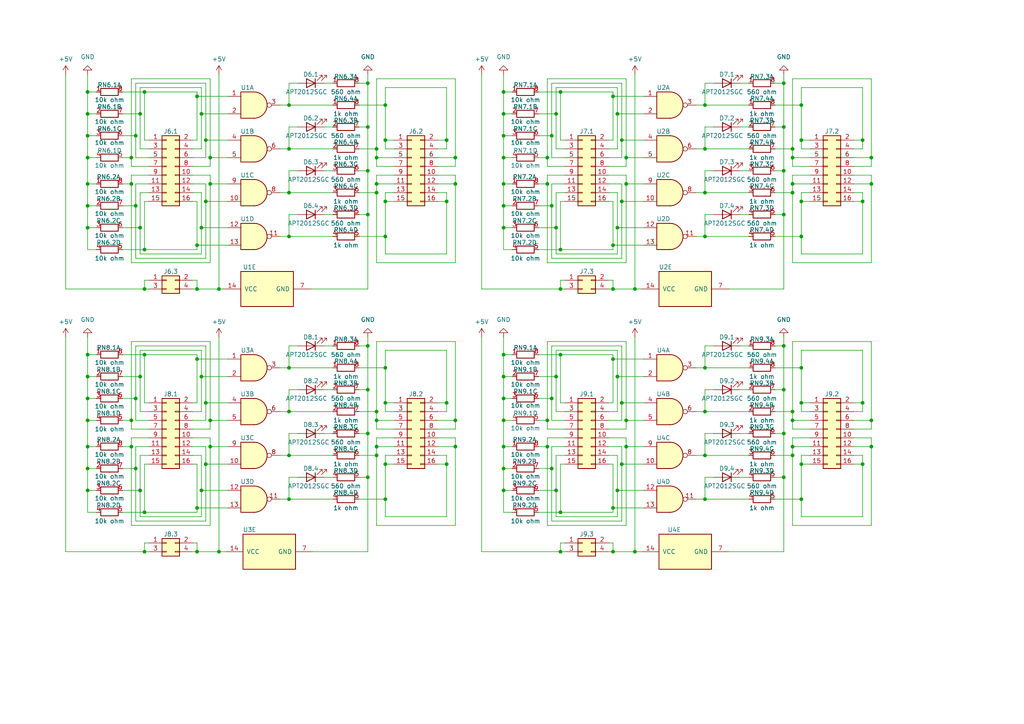
<source format=kicad_sch>
(kicad_sch (version 20231120) (generator "eeschema") (generator_version "8.0")
  (paper "A4")
  (lib_symbols
    (symbol "74xx:7400" (pin_names (offset 1.016))
      (property "Reference" "U" (at 0 1.27 0))
      (property "Value" "7400" (at 0 -1.27 0))
      (symbol "7400_1_1"
        (pin input line (at -7.62 2.54 0) (length 3.81) (name "~") (number "1"))
        (pin input line (at -7.62 -2.54 0) (length 3.81) (name "~") (number "2"))
        (pin output inverted (at 7.62 0 180) (length 3.81) (name "~") (number "3"))
      )
      (symbol "7400_1_2"
        (pin input inverted (at -7.62 2.54 0) (length 4.318) (name "~") (number "1"))
        (pin input inverted (at -7.62 -2.54 0) (length 4.318) (name "~") (number "2"))
        (pin output line (at 7.62 0 180) (length 3.81) (name "~") (number "3"))
      )
      (symbol "7400_2_1"
        (pin input line (at -7.62 2.54 0) (length 3.81) (name "~") (number "4"))
        (pin input line (at -7.62 -2.54 0) (length 3.81) (name "~") (number "5"))
        (pin output inverted (at 7.62 0 180) (length 3.81) (name "~") (number "6"))
      )
      (symbol "7400_2_2"
        (pin input inverted (at -7.62 2.54 0) (length 4.318) (name "~") (number "4"))
        (pin input inverted (at -7.62 -2.54 0) (length 4.318) (name "~") (number "5"))
        (pin output line (at 7.62 0 180) (length 3.81) (name "~") (number "6"))
      )
      (symbol "7400_3_1"
        (pin input line (at -7.62 -2.54 0) (length 3.81) (name "~") (number "10"))
        (pin output inverted (at 7.62 0 180) (length 3.81) (name "~") (number "8"))
        (pin input line (at -7.62 2.54 0) (length 3.81) (name "~") (number "9"))
      )
      (symbol "7400_3_2"
        (pin input inverted (at -7.62 -2.54 0) (length 4.318) (name "~") (number "10"))
        (pin output line (at 7.62 0 180) (length 3.81) (name "~") (number "8"))
        (pin input inverted (at -7.62 2.54 0) (length 4.318) (name "~") (number "9"))
      )
      (symbol "7400_4_1"
        (pin output inverted (at 7.62 0 180) (length 3.81) (name "~") (number "11"))
        (pin input line (at -7.62 2.54 0) (length 3.81) (name "~") (number "12"))
        (pin input line (at -7.62 -2.54 0) (length 3.81) (name "~") (number "13"))
      )
      (symbol "7400_4_2"
        (pin output line (at 7.62 0 180) (length 3.81) (name "~") (number "11"))
        (pin input inverted (at -7.62 2.54 0) (length 4.318) (name "~") (number "12"))
        (pin input inverted (at -7.62 -2.54 0) (length 4.318) (name "~") (number "13"))
      )
      (symbol "7400_5_0"
        (pin power_in line (at 0 12.7 270) (length 5.08) (name "VCC") (number "14"))
        (pin power_in line (at 0 -12.7 90) (length 5.08) (name "GND") (number "7"))
      )
    )
    (symbol "Connector_Generic:Conn_02x02_Odd_Even" (pin_names (offset 1.016) hide)
      (property "Reference" "J" (at 1.27 2.54 0))
      (property "Value" "Conn_02x02_Odd_Even" (at 1.27 -5.08 0))
      (symbol "Conn_02x02_Odd_Even_1_1"
        (pin passive line (at -5.08 0 0) (length 3.81) (name "Pin_1") (number "1"))
        (pin passive line (at 7.62 0 180) (length 3.81) (name "Pin_2") (number "2"))
        (pin passive line (at -5.08 -2.54 0) (length 3.81) (name "Pin_3") (number "3"))
        (pin passive line (at 7.62 -2.54 180) (length 3.81) (name "Pin_4") (number "4"))
      )
    )
    (symbol "Connector_Generic:Conn_02x08_Odd_Even" (pin_names (offset 1.016) hide)
      (property "Reference" "J" (at 1.27 10.16 0))
      (property "Value" "Conn_02x08_Odd_Even" (at 1.27 -12.7 0))
      (symbol "Conn_02x08_Odd_Even_1_1"
        (pin passive line (at -5.08 7.62 0) (length 3.81) (name "Pin_1") (number "1"))
        (pin passive line (at 7.62 -2.54 180) (length 3.81) (name "Pin_10") (number "10"))
        (pin passive line (at -5.08 -5.08 0) (length 3.81) (name "Pin_11") (number "11"))
        (pin passive line (at 7.62 -5.08 180) (length 3.81) (name "Pin_12") (number "12"))
        (pin passive line (at -5.08 -7.62 0) (length 3.81) (name "Pin_13") (number "13"))
        (pin passive line (at 7.62 -7.62 180) (length 3.81) (name "Pin_14") (number "14"))
        (pin passive line (at -5.08 -10.16 0) (length 3.81) (name "Pin_15") (number "15"))
        (pin passive line (at 7.62 -10.16 180) (length 3.81) (name "Pin_16") (number "16"))
        (pin passive line (at 7.62 7.62 180) (length 3.81) (name "Pin_2") (number "2"))
        (pin passive line (at -5.08 5.08 0) (length 3.81) (name "Pin_3") (number "3"))
        (pin passive line (at 7.62 5.08 180) (length 3.81) (name "Pin_4") (number "4"))
        (pin passive line (at -5.08 2.54 0) (length 3.81) (name "Pin_5") (number "5"))
        (pin passive line (at 7.62 2.54 180) (length 3.81) (name "Pin_6") (number "6"))
        (pin passive line (at -5.08 0 0) (length 3.81) (name "Pin_7") (number "7"))
        (pin passive line (at 7.62 0 180) (length 3.81) (name "Pin_8") (number "8"))
        (pin passive line (at -5.08 -2.54 0) (length 3.81) (name "Pin_9") (number "9"))
      )
    )
    (symbol "Device:LED" (pin_numbers hide) (pin_names (offset 1.016) hide)
      (property "Reference" "D" (at 0 2.54 0))
      (property "Value" "LED" (at 0 -2.54 0))
      (symbol "LED_1_1"
        (pin passive line (at -3.81 0 0) (length 2.54) (name "K") (number "1"))
        (pin passive line (at 3.81 0 180) (length 2.54) (name "A") (number "2"))
      )
    )
    (symbol "Device:R_Pack04_Split" (pin_names (offset 0) hide)
      (property "Reference" "RN" (at 2.032 0 90))
      (property "Value" "R_Pack04_Split" (at 0 0 90))
      (symbol "R_Pack04_Split_1_1"
        (pin passive line (at 0 -3.81 90) (length 1.27) (name "R1.1") (number "1"))
        (pin passive line (at 0 3.81 270) (length 1.27) (name "R1.2") (number "8"))
      )
      (symbol "R_Pack04_Split_2_1"
        (pin passive line (at 0 -3.81 90) (length 1.27) (name "R2.1") (number "2"))
        (pin passive line (at 0 3.81 270) (length 1.27) (name "R2.2") (number "7"))
      )
      (symbol "R_Pack04_Split_3_1"
        (pin passive line (at 0 -3.81 90) (length 1.27) (name "R3.1") (number "3"))
        (pin passive line (at 0 3.81 270) (length 1.27) (name "R3.2") (number "6"))
      )
      (symbol "R_Pack04_Split_4_1"
        (pin passive line (at 0 -3.81 90) (length 1.27) (name "R4.1") (number "4"))
        (pin passive line (at 0 3.81 270) (length 1.27) (name "R4.2") (number "5"))
      )
    )
    (symbol "power:+5V" (power) (pin_names (offset 0))
      (property "Value" "+5V" (at 0 3.556 0))
      (symbol "+5V_1_1"
        (pin power_in line (at 0 0 90) (length 0) hide (name "+5V") (number "1"))
      )
    )
    (symbol "power:GND" (power) (pin_names (offset 0))
      (property "Value" "GND" (at 0 -3.81 0))
      (symbol "GND_1_1"
        (pin power_in line (at 0 0 270) (length 0) hide (name "GND") (number "1"))
      )
    )
  )
  (junction (at 160.02 115.57))
  (junction (at 158.75 129.54))
  (junction (at 83.82 106.68))
  (junction (at 57.15 83.82))
  (junction (at 129.54 40.64))
  (junction (at 181.61 53.34))
  (junction (at 25.4 102.87))
  (junction (at 39.37 115.57))
  (junction (at 204.47 119.38))
  (junction (at 59.69 58.42))
  (junction (at 181.61 45.72))
  (junction (at 179.07 66.04))
  (junction (at 227.33 125.73))
  (junction (at 146.05 26.67))
  (junction (at 177.8 160.02))
  (junction (at 146.05 129.54))
  (junction (at 109.22 55.88))
  (junction (at 177.8 104.14))
  (junction (at 227.33 36.83))
  (junction (at 60.96 129.54))
  (junction (at 106.68 49.53))
  (junction (at 57.15 71.12))
  (junction (at 109.22 45.72))
  (junction (at 106.68 138.43))
  (junction (at 57.15 27.94))
  (junction (at 132.08 129.54))
  (junction (at 158.75 121.92))
  (junction (at 177.8 83.82))
  (junction (at 83.82 55.88))
  (junction (at 106.68 24.13))
  (junction (at 250.19 58.42))
  (junction (at 179.07 33.02))
  (junction (at 229.87 43.18))
  (junction (at 60.96 45.72))
  (junction (at 227.33 49.53))
  (junction (at 232.41 30.48))
  (junction (at 227.33 113.03))
  (junction (at 146.05 142.24))
  (junction (at 40.64 33.02))
  (junction (at 162.56 148.59))
  (junction (at 162.56 102.87))
  (junction (at 229.87 45.72))
  (junction (at 25.4 53.34))
  (junction (at 129.54 58.42))
  (junction (at 41.91 148.59))
  (junction (at 161.29 109.22))
  (junction (at 252.73 129.54))
  (junction (at 38.1 53.34))
  (junction (at 109.22 132.08))
  (junction (at 58.42 109.22))
  (junction (at 38.1 129.54))
  (junction (at 232.41 134.62))
  (junction (at 111.76 30.48))
  (junction (at 162.56 160.02))
  (junction (at 25.4 135.89))
  (junction (at 41.91 83.82))
  (junction (at 180.34 58.42))
  (junction (at 227.33 138.43))
  (junction (at 232.41 106.68))
  (junction (at 252.73 45.72))
  (junction (at 204.47 106.68))
  (junction (at 204.47 30.48))
  (junction (at 106.68 62.23))
  (junction (at 59.69 40.64))
  (junction (at 59.69 116.84))
  (junction (at 106.68 100.33))
  (junction (at 204.47 43.18))
  (junction (at 204.47 68.58))
  (junction (at 161.29 142.24))
  (junction (at 162.56 83.82))
  (junction (at 162.56 26.67))
  (junction (at 184.15 160.02))
  (junction (at 181.61 129.54))
  (junction (at 146.05 66.04))
  (junction (at 146.05 33.02))
  (junction (at 58.42 66.04))
  (junction (at 180.34 134.62))
  (junction (at 229.87 129.54))
  (junction (at 158.75 53.34))
  (junction (at 111.76 144.78))
  (junction (at 25.4 39.37))
  (junction (at 229.87 55.88))
  (junction (at 83.82 119.38))
  (junction (at 25.4 142.24))
  (junction (at 111.76 116.84))
  (junction (at 229.87 119.38))
  (junction (at 229.87 132.08))
  (junction (at 25.4 59.69))
  (junction (at 58.42 33.02))
  (junction (at 41.91 160.02))
  (junction (at 40.64 142.24))
  (junction (at 111.76 134.62))
  (junction (at 160.02 39.37))
  (junction (at 232.41 40.64))
  (junction (at 146.05 45.72))
  (junction (at 39.37 135.89))
  (junction (at 227.33 100.33))
  (junction (at 250.19 134.62))
  (junction (at 41.91 26.67))
  (junction (at 146.05 121.92))
  (junction (at 57.15 147.32))
  (junction (at 129.54 116.84))
  (junction (at 161.29 66.04))
  (junction (at 59.69 134.62))
  (junction (at 39.37 39.37))
  (junction (at 83.82 68.58))
  (junction (at 106.68 36.83))
  (junction (at 146.05 59.69))
  (junction (at 158.75 45.72))
  (junction (at 60.96 121.92))
  (junction (at 109.22 119.38))
  (junction (at 132.08 53.34))
  (junction (at 40.64 66.04))
  (junction (at 38.1 45.72))
  (junction (at 25.4 33.02))
  (junction (at 180.34 40.64))
  (junction (at 111.76 40.64))
  (junction (at 161.29 33.02))
  (junction (at 57.15 160.02))
  (junction (at 160.02 135.89))
  (junction (at 252.73 53.34))
  (junction (at 38.1 121.92))
  (junction (at 162.56 72.39))
  (junction (at 83.82 132.08))
  (junction (at 129.54 134.62))
  (junction (at 25.4 121.92))
  (junction (at 146.05 109.22))
  (junction (at 40.64 109.22))
  (junction (at 179.07 142.24))
  (junction (at 146.05 102.87))
  (junction (at 106.68 113.03))
  (junction (at 146.05 135.89))
  (junction (at 204.47 144.78))
  (junction (at 132.08 45.72))
  (junction (at 111.76 106.68))
  (junction (at 41.91 102.87))
  (junction (at 204.47 55.88))
  (junction (at 232.41 116.84))
  (junction (at 25.4 115.57))
  (junction (at 63.5 83.82))
  (junction (at 184.15 83.82))
  (junction (at 250.19 116.84))
  (junction (at 57.15 104.14))
  (junction (at 60.96 53.34))
  (junction (at 204.47 132.08))
  (junction (at 83.82 30.48))
  (junction (at 181.61 121.92))
  (junction (at 25.4 26.67))
  (junction (at 177.8 27.94))
  (junction (at 83.82 144.78))
  (junction (at 63.5 160.02))
  (junction (at 252.73 121.92))
  (junction (at 111.76 68.58))
  (junction (at 229.87 121.92))
  (junction (at 177.8 71.12))
  (junction (at 232.41 68.58))
  (junction (at 109.22 129.54))
  (junction (at 177.8 147.32))
  (junction (at 106.68 125.73))
  (junction (at 25.4 45.72))
  (junction (at 232.41 144.78))
  (junction (at 111.76 58.42))
  (junction (at 179.07 109.22))
  (junction (at 25.4 129.54))
  (junction (at 232.41 58.42))
  (junction (at 41.91 72.39))
  (junction (at 25.4 109.22))
  (junction (at 109.22 43.18))
  (junction (at 39.37 59.69))
  (junction (at 229.87 53.34))
  (junction (at 227.33 62.23))
  (junction (at 146.05 115.57))
  (junction (at 146.05 53.34))
  (junction (at 83.82 43.18))
  (junction (at 25.4 66.04))
  (junction (at 109.22 53.34))
  (junction (at 109.22 121.92))
  (junction (at 227.33 24.13))
  (junction (at 146.05 39.37))
  (junction (at 132.08 121.92))
  (junction (at 160.02 59.69))
  (junction (at 58.42 142.24))
  (junction (at 180.34 116.84))
  (junction (at 250.19 40.64))
  (wire (pts (xy 156.21 59.69) (xy 160.02 59.69)))
  (wire (pts (xy 25.4 39.37) (xy 25.4 33.02)))
  (wire (pts (xy 111.76 58.42) (xy 114.3 58.42)))
  (wire (pts (xy 40.64 149.86) (xy 58.42 149.86)))
  (wire (pts (xy 43.18 121.92) (xy 39.37 121.92)))
  (wire (pts (xy 111.76 30.48) (xy 111.76 40.64)))
  (wire (pts (xy 129.54 132.08) (xy 129.54 134.62)))
  (wire (pts (xy 60.96 127) (xy 60.96 129.54)))
  (wire (pts (xy 109.22 129.54) (xy 109.22 132.08)))
  (wire (pts (xy 109.22 55.88) (xy 109.22 76.2)))
  (wire (pts (xy 181.61 127) (xy 181.61 129.54)))
  (wire (pts (xy 181.61 121.92) (xy 181.61 124.46)))
  (wire (pts (xy 156.21 135.89) (xy 160.02 135.89)))
  (wire (pts (xy 93.98 138.43) (xy 96.52 138.43)))
  (wire (pts (xy 148.59 45.72) (xy 146.05 45.72)))
  (wire (pts (xy 201.93 30.48) (xy 204.47 30.48)))
  (wire (pts (xy 35.56 53.34) (xy 38.1 53.34)))
  (wire (pts (xy 81.28 119.38) (xy 83.82 119.38)))
  (wire (pts (xy 114.3 127) (xy 109.22 127)))
  (wire (pts (xy 106.68 113.03) (xy 106.68 125.73)))
  (wire (pts (xy 160.02 100.33) (xy 180.34 100.33)))
  (wire (pts (xy 139.7 160.02) (xy 162.56 160.02)))
  (wire (pts (xy 229.87 50.8) (xy 229.87 53.34)))
  (wire (pts (xy 104.14 132.08) (xy 109.22 132.08)))
  (wire (pts (xy 83.82 113.03) (xy 83.82 119.38)))
  (wire (pts (xy 160.02 151.13) (xy 180.34 151.13)))
  (wire (pts (xy 81.28 144.78) (xy 83.82 144.78)))
  (wire (pts (xy 59.69 116.84) (xy 66.04 116.84)))
  (wire (pts (xy 180.34 53.34) (xy 180.34 58.42)))
  (wire (pts (xy 81.28 55.88) (xy 83.82 55.88)))
  (wire (pts (xy 250.19 132.08) (xy 247.65 132.08)))
  (wire (pts (xy 181.61 152.4) (xy 181.61 129.54)))
  (wire (pts (xy 35.56 142.24) (xy 40.64 142.24)))
  (wire (pts (xy 41.91 102.87) (xy 41.91 116.84)))
  (wire (pts (xy 40.64 119.38) (xy 40.64 109.22)))
  (wire (pts (xy 176.53 160.02) (xy 177.8 160.02)))
  (wire (pts (xy 158.75 50.8) (xy 158.75 53.34)))
  (wire (pts (xy 60.96 76.2) (xy 60.96 53.34)))
  (wire (pts (xy 156.21 102.87) (xy 162.56 102.87)))
  (wire (pts (xy 39.37 39.37) (xy 39.37 45.72)))
  (wire (pts (xy 224.79 138.43) (xy 227.33 138.43)))
  (wire (pts (xy 162.56 157.48) (xy 162.56 160.02)))
  (wire (pts (xy 132.08 50.8) (xy 132.08 53.34)))
  (wire (pts (xy 160.02 59.69) (xy 160.02 74.93)))
  (wire (pts (xy 229.87 124.46) (xy 229.87 121.92)))
  (wire (pts (xy 148.59 135.89) (xy 146.05 135.89)))
  (wire (pts (xy 161.29 43.18) (xy 161.29 33.02)))
  (wire (pts (xy 184.15 83.82) (xy 186.055 83.82)))
  (wire (pts (xy 181.61 76.2) (xy 181.61 53.34)))
  (wire (pts (xy 109.22 53.34) (xy 109.22 55.88)))
  (wire (pts (xy 111.76 134.62) (xy 111.76 144.78)))
  (wire (pts (xy 158.75 127) (xy 158.75 129.54)))
  (wire (pts (xy 35.56 109.22) (xy 40.64 109.22)))
  (wire (pts (xy 106.68 125.73) (xy 106.68 138.43)))
  (wire (pts (xy 35.56 135.89) (xy 39.37 135.89)))
  (wire (pts (xy 156.21 129.54) (xy 158.75 129.54)))
  (wire (pts (xy 179.07 33.02) (xy 186.69 33.02)))
  (wire (pts (xy 163.83 53.34) (xy 160.02 53.34)))
  (wire (pts (xy 114.3 119.38) (xy 111.76 119.38)))
  (wire (pts (xy 177.8 148.59) (xy 177.8 147.32)))
  (wire (pts (xy 59.69 100.33) (xy 59.69 116.84)))
  (wire (pts (xy 252.73 121.92) (xy 252.73 124.46)))
  (wire (pts (xy 104.14 55.88) (xy 109.22 55.88)))
  (wire (pts (xy 250.19 58.42) (xy 250.19 73.66)))
  (wire (pts (xy 211.455 83.82) (xy 227.33 83.82)))
  (wire (pts (xy 104.14 138.43) (xy 106.68 138.43)))
  (wire (pts (xy 27.94 135.89) (xy 25.4 135.89)))
  (wire (pts (xy 160.02 53.34) (xy 160.02 59.69)))
  (wire (pts (xy 179.07 66.04) (xy 186.69 66.04)))
  (wire (pts (xy 39.37 115.57) (xy 39.37 121.92)))
  (wire (pts (xy 156.21 121.92) (xy 158.75 121.92)))
  (wire (pts (xy 146.05 97.79) (xy 146.05 102.87)))
  (wire (pts (xy 229.87 43.18) (xy 229.87 45.72)))
  (wire (pts (xy 146.05 72.39) (xy 146.05 66.04)))
  (wire (pts (xy 201.93 119.38) (xy 204.47 119.38)))
  (wire (pts (xy 224.79 113.03) (xy 227.33 113.03)))
  (wire (pts (xy 86.36 49.53) (xy 83.82 49.53)))
  (wire (pts (xy 93.98 113.03) (xy 96.52 113.03)))
  (wire (pts (xy 129.54 116.84) (xy 129.54 119.38)))
  (wire (pts (xy 55.88 160.02) (xy 57.15 160.02)))
  (wire (pts (xy 106.68 24.13) (xy 106.68 36.83)))
  (wire (pts (xy 109.22 48.26) (xy 109.22 45.72)))
  (wire (pts (xy 158.75 124.46) (xy 158.75 121.92)))
  (wire (pts (xy 229.87 53.34) (xy 234.95 53.34)))
  (wire (pts (xy 252.73 127) (xy 252.73 129.54)))
  (wire (pts (xy 57.15 157.48) (xy 57.15 160.02)))
  (wire (pts (xy 59.69 134.62) (xy 66.04 134.62)))
  (wire (pts (xy 146.05 59.69) (xy 146.05 53.34)))
  (wire (pts (xy 204.47 49.53) (xy 204.47 55.88)))
  (wire (pts (xy 38.1 50.8) (xy 43.18 50.8)))
  (wire (pts (xy 181.61 124.46) (xy 176.53 124.46)))
  (wire (pts (xy 163.83 81.28) (xy 162.56 81.28)))
  (wire (pts (xy 104.14 30.48) (xy 111.76 30.48)))
  (wire (pts (xy 93.98 49.53) (xy 96.52 49.53)))
  (wire (pts (xy 58.42 55.88) (xy 55.88 55.88)))
  (wire (pts (xy 227.33 49.53) (xy 227.33 62.23)))
  (wire (pts (xy 58.42 73.66) (xy 58.42 66.04)))
  (wire (pts (xy 43.18 48.26) (xy 38.1 48.26)))
  (wire (pts (xy 180.34 134.62) (xy 186.69 134.62)))
  (wire (pts (xy 129.54 25.4) (xy 129.54 40.64)))
  (wire (pts (xy 83.82 55.88) (xy 96.52 55.88)))
  (wire (pts (xy 35.56 72.39) (xy 41.91 72.39)))
  (wire (pts (xy 40.64 142.24) (xy 40.64 149.86)))
  (wire (pts (xy 81.28 43.18) (xy 83.82 43.18)))
  (wire (pts (xy 224.79 62.23) (xy 227.33 62.23)))
  (wire (pts (xy 179.07 43.18) (xy 176.53 43.18)))
  (wire (pts (xy 180.34 53.34) (xy 176.53 53.34)))
  (wire (pts (xy 148.59 102.87) (xy 146.05 102.87)))
  (wire (pts (xy 114.3 55.88) (xy 111.76 55.88)))
  (wire (pts (xy 207.01 62.23) (xy 204.47 62.23)))
  (wire (pts (xy 163.83 132.08) (xy 161.29 132.08)))
  (wire (pts (xy 177.8 72.39) (xy 177.8 71.12)))
  (wire (pts (xy 57.15 83.82) (xy 63.5 83.82)))
  (wire (pts (xy 229.87 99.06) (xy 229.87 119.38)))
  (wire (pts (xy 83.82 49.53) (xy 83.82 55.88)))
  (wire (pts (xy 109.22 99.06) (xy 109.22 119.38)))
  (wire (pts (xy 83.82 36.83) (xy 83.82 43.18)))
  (wire (pts (xy 58.42 142.24) (xy 66.04 142.24)))
  (wire (pts (xy 247.65 121.92) (xy 252.73 121.92)))
  (wire (pts (xy 163.83 116.84) (xy 162.56 116.84)))
  (wire (pts (xy 179.07 132.08) (xy 176.53 132.08)))
  (wire (pts (xy 25.4 129.54) (xy 25.4 121.92)))
  (wire (pts (xy 43.18 53.34) (xy 39.37 53.34)))
  (wire (pts (xy 86.36 113.03) (xy 83.82 113.03)))
  (wire (pts (xy 109.22 124.46) (xy 109.22 121.92)))
  (wire (pts (xy 162.56 26.67) (xy 162.56 40.64)))
  (wire (pts (xy 148.59 33.02) (xy 146.05 33.02)))
  (wire (pts (xy 43.18 119.38) (xy 40.64 119.38)))
  (wire (pts (xy 27.94 109.22) (xy 25.4 109.22)))
  (wire (pts (xy 83.82 100.33) (xy 83.82 106.68)))
  (wire (pts (xy 81.28 68.58) (xy 83.82 68.58)))
  (wire (pts (xy 59.69 53.34) (xy 55.88 53.34)))
  (wire (pts (xy 234.95 132.08) (xy 232.41 132.08)))
  (wire (pts (xy 86.36 24.13) (xy 83.82 24.13)))
  (wire (pts (xy 35.56 45.72) (xy 38.1 45.72)))
  (wire (pts (xy 146.05 53.34) (xy 146.05 45.72)))
  (wire (pts (xy 179.07 109.22) (xy 186.69 109.22)))
  (wire (pts (xy 104.14 113.03) (xy 106.68 113.03)))
  (wire (pts (xy 247.65 116.84) (xy 250.19 116.84)))
  (wire (pts (xy 43.18 129.54) (xy 39.37 129.54)))
  (wire (pts (xy 59.69 45.72) (xy 55.88 45.72)))
  (wire (pts (xy 201.93 43.18) (xy 204.47 43.18)))
  (wire (pts (xy 59.69 151.13) (xy 59.69 134.62)))
  (wire (pts (xy 39.37 39.37) (xy 39.37 24.13)))
  (wire (pts (xy 207.01 125.73) (xy 204.47 125.73)))
  (wire (pts (xy 252.73 127) (xy 247.65 127)))
  (wire (pts (xy 106.68 160.02) (xy 106.68 138.43)))
  (wire (pts (xy 163.83 134.62) (xy 162.56 134.62)))
  (wire (pts (xy 250.19 119.38) (xy 247.65 119.38)))
  (wire (pts (xy 224.79 100.33) (xy 227.33 100.33)))
  (wire (pts (xy 38.1 124.46) (xy 38.1 121.92)))
  (wire (pts (xy 58.42 25.4) (xy 58.42 33.02)))
  (wire (pts (xy 63.5 160.02) (xy 65.405 160.02)))
  (wire (pts (xy 162.56 26.67) (xy 177.8 26.67)))
  (wire (pts (xy 127 53.34) (xy 132.08 53.34)))
  (wire (pts (xy 224.79 30.48) (xy 232.41 30.48)))
  (wire (pts (xy 229.87 22.86) (xy 229.87 43.18)))
  (wire (pts (xy 162.56 81.28) (xy 162.56 83.82)))
  (wire (pts (xy 43.18 58.42) (xy 41.91 58.42)))
  (wire (pts (xy 104.14 144.78) (xy 111.76 144.78)))
  (wire (pts (xy 250.19 55.88) (xy 247.65 55.88)))
  (wire (pts (xy 161.29 142.24) (xy 161.29 149.86)))
  (wire (pts (xy 38.1 50.8) (xy 38.1 53.34)))
  (wire (pts (xy 146.05 39.37) (xy 146.05 33.02)))
  (wire (pts (xy 232.41 30.48) (xy 232.41 40.64)))
  (wire (pts (xy 127 45.72) (xy 132.08 45.72)))
  (wire (pts (xy 83.82 68.58) (xy 96.52 68.58)))
  (wire (pts (xy 83.82 30.48) (xy 96.52 30.48)))
  (wire (pts (xy 158.75 45.72) (xy 158.75 22.86)))
  (wire (pts (xy 181.61 99.06) (xy 181.61 121.92)))
  (wire (pts (xy 39.37 151.13) (xy 59.69 151.13)))
  (wire (pts (xy 146.05 102.87) (xy 146.05 109.22)))
  (wire (pts (xy 111.76 134.62) (xy 114.3 134.62)))
  (wire (pts (xy 181.61 121.92) (xy 186.69 121.92)))
  (wire (pts (xy 179.07 33.02) (xy 179.07 43.18)))
  (wire (pts (xy 111.76 116.84) (xy 114.3 116.84)))
  (wire (pts (xy 111.76 58.42) (xy 111.76 68.58)))
  (wire (pts (xy 161.29 25.4) (xy 179.07 25.4)))
  (wire (pts (xy 252.73 22.86) (xy 252.73 45.72)))
  (wire (pts (xy 38.1 127) (xy 38.1 129.54)))
  (wire (pts (xy 63.5 97.79) (xy 63.5 160.02)))
  (wire (pts (xy 232.41 25.4) (xy 250.19 25.4)))
  (wire (pts (xy 227.33 100.33) (xy 227.33 113.03)))
  (wire (pts (xy 60.96 121.92) (xy 60.96 124.46)))
  (wire (pts (xy 180.34 100.33) (xy 180.34 116.84)))
  (wire (pts (xy 58.42 43.18) (xy 55.88 43.18)))
  (wire (pts (xy 158.75 152.4) (xy 181.61 152.4)))
  (wire (pts (xy 177.8 81.28) (xy 177.8 83.82)))
  (wire (pts (xy 40.64 43.18) (xy 40.64 33.02)))
  (wire (pts (xy 129.54 132.08) (xy 127 132.08)))
  (wire (pts (xy 163.83 43.18) (xy 161.29 43.18)))
  (wire (pts (xy 111.76 101.6) (xy 129.54 101.6)))
  (wire (pts (xy 146.05 129.54) (xy 146.05 121.92)))
  (wire (pts (xy 83.82 125.73) (xy 83.82 132.08)))
  (wire (pts (xy 43.18 81.28) (xy 41.91 81.28)))
  (wire (pts (xy 109.22 76.2) (xy 132.08 76.2)))
  (wire (pts (xy 227.33 36.83) (xy 227.33 49.53)))
  (wire (pts (xy 41.91 26.67) (xy 57.15 26.67)))
  (wire (pts (xy 207.01 49.53) (xy 204.47 49.53)))
  (wire (pts (xy 181.61 22.86) (xy 181.61 45.72)))
  (wire (pts (xy 55.88 83.82) (xy 57.15 83.82)))
  (wire (pts (xy 250.19 134.62) (xy 250.19 149.86)))
  (wire (pts (xy 179.07 73.66) (xy 179.07 66.04)))
  (wire (pts (xy 176.53 83.82) (xy 177.8 83.82)))
  (wire (pts (xy 204.47 55.88) (xy 217.17 55.88)))
  (wire (pts (xy 214.63 125.73) (xy 217.17 125.73)))
  (wire (pts (xy 58.42 109.22) (xy 58.42 119.38)))
  (wire (pts (xy 109.22 152.4) (xy 132.08 152.4)))
  (wire (pts (xy 204.47 68.58) (xy 217.17 68.58)))
  (wire (pts (xy 181.61 45.72) (xy 181.61 48.26)))
  (wire (pts (xy 229.87 129.54) (xy 229.87 132.08)))
  (wire (pts (xy 179.07 101.6) (xy 179.07 109.22)))
  (wire (pts (xy 40.64 132.08) (xy 40.64 142.24)))
  (wire (pts (xy 59.69 58.42) (xy 66.04 58.42)))
  (wire (pts (xy 57.15 71.12) (xy 66.04 71.12)))
  (wire (pts (xy 204.47 119.38) (xy 217.17 119.38)))
  (wire (pts (xy 214.63 36.83) (xy 217.17 36.83)))
  (wire (pts (xy 148.59 142.24) (xy 146.05 142.24)))
  (wire (pts (xy 146.05 21.59) (xy 146.05 26.67)))
  (wire (pts (xy 58.42 66.04) (xy 66.04 66.04)))
  (wire (pts (xy 156.21 72.39) (xy 162.56 72.39)))
  (wire (pts (xy 201.93 132.08) (xy 204.47 132.08)))
  (wire (pts (xy 81.28 106.68) (xy 83.82 106.68)))
  (wire (pts (xy 25.4 26.67) (xy 25.4 33.02)))
  (wire (pts (xy 232.41 119.38) (xy 232.41 116.84)))
  (wire (pts (xy 180.34 45.72) (xy 176.53 45.72)))
  (wire (pts (xy 111.76 73.66) (xy 129.54 73.66)))
  (wire (pts (xy 25.4 148.59) (xy 25.4 142.24)))
  (wire (pts (xy 129.54 101.6) (xy 129.54 116.84)))
  (wire (pts (xy 156.21 148.59) (xy 162.56 148.59)))
  (wire (pts (xy 106.68 97.79) (xy 106.68 100.33)))
  (wire (pts (xy 129.54 40.64) (xy 129.54 43.18)))
  (wire (pts (xy 40.64 25.4) (xy 58.42 25.4)))
  (wire (pts (xy 156.21 26.67) (xy 162.56 26.67)))
  (wire (pts (xy 250.19 40.64) (xy 250.19 43.18)))
  (wire (pts (xy 229.87 55.88) (xy 229.87 76.2)))
  (wire (pts (xy 57.15 148.59) (xy 57.15 147.32)))
  (wire (pts (xy 106.68 49.53) (xy 106.68 62.23)))
  (wire (pts (xy 60.96 124.46) (xy 55.88 124.46)))
  (wire (pts (xy 156.21 53.34) (xy 158.75 53.34)))
  (wire (pts (xy 148.59 148.59) (xy 146.05 148.59)))
  (wire (pts (xy 232.41 144.78) (xy 232.41 149.86)))
  (wire (pts (xy 132.08 53.34) (xy 132.08 76.2)))
  (wire (pts (xy 177.8 26.67) (xy 177.8 27.94)))
  (wire (pts (xy 93.98 36.83) (xy 96.52 36.83)))
  (wire (pts (xy 163.83 58.42) (xy 162.56 58.42)))
  (wire (pts (xy 214.63 113.03) (xy 217.17 113.03)))
  (wire (pts (xy 83.82 132.08) (xy 96.52 132.08)))
  (wire (pts (xy 177.8 160.02) (xy 184.15 160.02)))
  (wire (pts (xy 104.14 125.73) (xy 106.68 125.73)))
  (wire (pts (xy 35.56 59.69) (xy 39.37 59.69)))
  (wire (pts (xy 161.29 73.66) (xy 179.07 73.66)))
  (wire (pts (xy 148.59 129.54) (xy 146.05 129.54)))
  (wire (pts (xy 111.76 25.4) (xy 111.76 30.48)))
  (wire (pts (xy 232.41 134.62) (xy 232.41 144.78)))
  (wire (pts (xy 86.36 125.73) (xy 83.82 125.73)))
  (wire (pts (xy 109.22 132.08) (xy 109.22 152.4)))
  (wire (pts (xy 252.73 50.8) (xy 252.73 53.34)))
  (wire (pts (xy 58.42 119.38) (xy 55.88 119.38)))
  (wire (pts (xy 104.14 106.68) (xy 111.76 106.68)))
  (wire (pts (xy 229.87 99.06) (xy 252.73 99.06)))
  (wire (pts (xy 104.14 36.83) (xy 106.68 36.83)))
  (wire (pts (xy 40.64 33.02) (xy 40.64 25.4)))
  (wire (pts (xy 40.64 73.66) (xy 58.42 73.66)))
  (wire (pts (xy 19.05 97.79) (xy 19.05 160.02)))
  (wire (pts (xy 177.8 104.14) (xy 177.8 116.84)))
  (wire (pts (xy 39.37 74.93) (xy 59.69 74.93)))
  (wire (pts (xy 58.42 55.88) (xy 58.42 66.04)))
  (wire (pts (xy 229.87 129.54) (xy 234.95 129.54)))
  (wire (pts (xy 35.56 26.67) (xy 41.91 26.67)))
  (wire (pts (xy 227.33 113.03) (xy 227.33 125.73)))
  (wire (pts (xy 250.19 132.08) (xy 250.19 134.62)))
  (wire (pts (xy 158.75 50.8) (xy 163.83 50.8)))
  (wire (pts (xy 158.75 127) (xy 163.83 127)))
  (wire (pts (xy 204.47 36.83) (xy 204.47 43.18)))
  (wire (pts (xy 162.56 102.87) (xy 162.56 116.84)))
  (wire (pts (xy 207.01 138.43) (xy 204.47 138.43)))
  (wire (pts (xy 161.29 101.6) (xy 179.07 101.6)))
  (wire (pts (xy 39.37 115.57) (xy 39.37 100.33)))
  (wire (pts (xy 41.91 157.48) (xy 41.91 160.02)))
  (wire (pts (xy 163.83 55.88) (xy 161.29 55.88)))
  (wire (pts (xy 60.96 45.72) (xy 66.04 45.72)))
  (wire (pts (xy 250.19 25.4) (xy 250.19 40.64)))
  (wire (pts (xy 146.05 115.57) (xy 146.05 109.22)))
  (wire (pts (xy 184.15 160.02) (xy 186.055 160.02)))
  (wire (pts (xy 57.15 134.62) (xy 55.88 134.62)))
  (wire (pts (xy 90.805 160.02) (xy 106.68 160.02)))
  (wire (pts (xy 232.41 106.68) (xy 232.41 116.84)))
  (wire (pts (xy 252.73 53.34) (xy 252.73 76.2)))
  (wire (pts (xy 57.15 104.14) (xy 66.04 104.14)))
  (wire (pts (xy 59.69 24.13) (xy 59.69 40.64)))
  (wire (pts (xy 224.79 43.18) (xy 229.87 43.18)))
  (wire (pts (xy 161.29 66.04) (xy 161.29 73.66)))
  (wire (pts (xy 132.08 50.8) (xy 127 50.8)))
  (wire (pts (xy 25.4 115.57) (xy 25.4 109.22)))
  (wire (pts (xy 177.8 27.94) (xy 177.8 40.64)))
  (wire (pts (xy 163.83 124.46) (xy 158.75 124.46)))
  (wire (pts (xy 58.42 33.02) (xy 66.04 33.02)))
  (wire (pts (xy 132.08 45.72) (xy 132.08 48.26)))
  (wire (pts (xy 252.73 124.46) (xy 247.65 124.46)))
  (wire (pts (xy 252.73 45.72) (xy 252.73 48.26)))
  (wire (pts (xy 43.18 55.88) (xy 40.64 55.88)))
  (wire (pts (xy 40.64 101.6) (xy 58.42 101.6)))
  (wire (pts (xy 247.65 134.62) (xy 250.19 134.62)))
  (wire (pts (xy 227.33 83.82) (xy 227.33 62.23)))
  (wire (pts (xy 160.02 115.57) (xy 160.02 121.92)))
  (wire (pts (xy 156.21 109.22) (xy 161.29 109.22)))
  (wire (pts (xy 181.61 53.34) (xy 186.69 53.34)))
  (wire (pts (xy 224.79 55.88) (xy 229.87 55.88)))
  (wire (pts (xy 162.56 148.59) (xy 177.8 148.59)))
  (wire (pts (xy 27.94 142.24) (xy 25.4 142.24)))
  (wire (pts (xy 25.4 21.59) (xy 25.4 26.67)))
  (wire (pts (xy 104.14 119.38) (xy 109.22 119.38)))
  (wire (pts (xy 160.02 115.57) (xy 160.02 100.33)))
  (wire (pts (xy 60.96 50.8) (xy 55.88 50.8)))
  (wire (pts (xy 93.98 100.33) (xy 96.52 100.33)))
  (wire (pts (xy 114.3 132.08) (xy 111.76 132.08)))
  (wire (pts (xy 229.87 22.86) (xy 252.73 22.86)))
  (wire (pts (xy 39.37 135.89) (xy 39.37 151.13)))
  (wire (pts (xy 25.4 26.67) (xy 27.94 26.67)))
  (wire (pts (xy 111.76 101.6) (xy 111.76 106.68)))
  (wire (pts (xy 247.65 129.54) (xy 252.73 129.54)))
  (wire (pts (xy 41.91 134.62) (xy 41.91 148.59)))
  (wire (pts (xy 156.21 66.04) (xy 161.29 66.04)))
  (wire (pts (xy 229.87 132.08) (xy 229.87 152.4)))
  (wire (pts (xy 27.94 129.54) (xy 25.4 129.54)))
  (wire (pts (xy 148.59 109.22) (xy 146.05 109.22)))
  (wire (pts (xy 227.33 125.73) (xy 227.33 138.43)))
  (wire (pts (xy 106.68 36.83) (xy 106.68 49.53)))
  (wire (pts (xy 232.41 73.66) (xy 250.19 73.66)))
  (wire (pts (xy 35.56 39.37) (xy 39.37 39.37)))
  (wire (pts (xy 109.22 22.86) (xy 109.22 43.18)))
  (wire (pts (xy 229.87 119.38) (xy 229.87 121.92)))
  (wire (pts (xy 177.8 83.82) (xy 184.15 83.82)))
  (wire (pts (xy 252.73 50.8) (xy 247.65 50.8)))
  (wire (pts (xy 214.63 24.13) (xy 217.17 24.13)))
  (wire (pts (xy 224.79 106.68) (xy 232.41 106.68)))
  (wire (pts (xy 163.83 119.38) (xy 161.29 119.38)))
  (wire (pts (xy 232.41 25.4) (xy 232.41 30.48)))
  (wire (pts (xy 163.83 83.82) (xy 162.56 83.82)))
  (wire (pts (xy 132.08 22.86) (xy 132.08 45.72)))
  (wire (pts (xy 127 116.84) (xy 129.54 116.84)))
  (wire (pts (xy 83.82 24.13) (xy 83.82 30.48)))
  (wire (pts (xy 39.37 129.54) (xy 39.37 135.89)))
  (wire (pts (xy 232.41 58.42) (xy 232.41 68.58)))
  (wire (pts (xy 224.79 125.73) (xy 227.33 125.73)))
  (wire (pts (xy 156.21 115.57) (xy 160.02 115.57)))
  (wire (pts (xy 58.42 132.08) (xy 58.42 142.24)))
  (wire (pts (xy 38.1 99.06) (xy 60.96 99.06)))
  (wire (pts (xy 81.28 30.48) (xy 83.82 30.48)))
  (wire (pts (xy 111.76 55.88) (xy 111.76 58.42)))
  (wire (pts (xy 158.75 121.92) (xy 158.75 99.06)))
  (wire (pts (xy 57.15 116.84) (xy 55.88 116.84)))
  (wire (pts (xy 160.02 24.13) (xy 180.34 24.13)))
  (wire (pts (xy 129.54 43.18) (xy 127 43.18)))
  (wire (pts (xy 207.01 113.03) (xy 204.47 113.03)))
  (wire (pts (xy 60.96 48.26) (xy 55.88 48.26)))
  (wire (pts (xy 57.15 81.28) (xy 55.88 81.28)))
  (wire (pts (xy 27.94 115.57) (xy 25.4 115.57)))
  (wire (pts (xy 39.37 59.69) (xy 39.37 74.93)))
  (wire (pts (xy 25.4 39.37) (xy 25.4 45.72)))
  (wire (pts (xy 111.76 68.58) (xy 111.76 73.66)))
  (wire (pts (xy 227.33 97.79) (xy 227.33 100.33)))
  (wire (pts (xy 127 40.64) (xy 129.54 40.64)))
  (wire (pts (xy 132.08 127) (xy 127 127)))
  (wire (pts (xy 148.59 39.37) (xy 146.05 39.37)))
  (wire (pts (xy 201.93 55.88) (xy 204.47 55.88)))
  (wire (pts (xy 25.4 66.04) (xy 25.4 59.69)))
  (wire (pts (xy 25.4 115.57) (xy 25.4 121.92)))
  (wire (pts (xy 59.69 129.54) (xy 55.88 129.54)))
  (wire (pts (xy 57.15 147.32) (xy 66.04 147.32)))
  (wire (pts (xy 19.05 160.02) (xy 41.91 160.02)))
  (wire (pts (xy 41.91 26.67) (xy 41.91 40.64)))
  (wire (pts (xy 181.61 48.26) (xy 176.53 48.26)))
  (wire (pts (xy 234.95 127) (xy 229.87 127)))
  (wire (pts (xy 207.01 24.13) (xy 204.47 24.13)))
  (wire (pts (xy 41.91 81.28) (xy 41.91 83.82)))
  (wire (pts (xy 109.22 119.38) (xy 109.22 121.92)))
  (wire (pts (xy 163.83 160.02) (xy 162.56 160.02)))
  (wire (pts (xy 161.29 55.88) (xy 161.29 66.04)))
  (wire (pts (xy 177.8 157.48) (xy 177.8 160.02)))
  (wire (pts (xy 27.94 102.87) (xy 25.4 102.87)))
  (wire (pts (xy 162.56 72.39) (xy 177.8 72.39)))
  (wire (pts (xy 234.95 50.8) (xy 229.87 50.8)))
  (wire (pts (xy 40.64 55.88) (xy 40.64 66.04)))
  (wire (pts (xy 59.69 40.64) (xy 66.04 40.64)))
  (wire (pts (xy 158.75 129.54) (xy 158.75 152.4)))
  (wire (pts (xy 127 129.54) (xy 132.08 129.54)))
  (wire (pts (xy 27.94 121.92) (xy 25.4 121.92)))
  (wire (pts (xy 109.22 50.8) (xy 109.22 53.34)))
  (wire (pts (xy 86.36 62.23) (xy 83.82 62.23)))
  (wire (pts (xy 146.05 142.24) (xy 146.05 135.89)))
  (wire (pts (xy 234.95 124.46) (xy 229.87 124.46)))
  (wire (pts (xy 252.73 99.06) (xy 252.73 121.92)))
  (wire (pts (xy 160.02 129.54) (xy 160.02 135.89)))
  (wire (pts (xy 41.91 102.87) (xy 57.15 102.87)))
  (wire (pts (xy 247.65 40.64) (xy 250.19 40.64)))
  (wire (pts (xy 204.47 62.23) (xy 204.47 68.58)))
  (wire (pts (xy 41.91 148.59) (xy 57.15 148.59)))
  (wire (pts (xy 60.96 45.72) (xy 60.96 48.26)))
  (wire (pts (xy 146.05 115.57) (xy 146.05 121.92)))
  (wire (pts (xy 179.07 142.24) (xy 186.69 142.24)))
  (wire (pts (xy 57.15 160.02) (xy 63.5 160.02)))
  (wire (pts (xy 224.79 119.38) (xy 229.87 119.38)))
  (wire (pts (xy 38.1 127) (xy 43.18 127)))
  (wire (pts (xy 132.08 99.06) (xy 132.08 121.92)))
  (wire (pts (xy 83.82 138.43) (xy 83.82 144.78)))
  (wire (pts (xy 109.22 129.54) (xy 114.3 129.54)))
  (wire (pts (xy 43.18 157.48) (xy 41.91 157.48)))
  (wire (pts (xy 38.1 22.86) (xy 60.96 22.86)))
  (wire (pts (xy 60.96 99.06) (xy 60.96 121.92)))
  (wire (pts (xy 60.96 129.54) (xy 66.04 129.54)))
  (wire (pts (xy 204.47 144.78) (xy 217.17 144.78)))
  (wire (pts (xy 132.08 121.92) (xy 132.08 124.46)))
  (wire (pts (xy 232.41 132.08) (xy 232.41 134.62)))
  (wire (pts (xy 161.29 119.38) (xy 161.29 109.22)))
  (wire (pts (xy 60.96 127) (xy 55.88 127)))
  (wire (pts (xy 224.79 68.58) (xy 232.41 68.58)))
  (wire (pts (xy 161.29 109.22) (xy 161.29 101.6)))
  (wire (pts (xy 204.47 30.48) (xy 217.17 30.48)))
  (wire (pts (xy 163.83 48.26) (xy 158.75 48.26)))
  (wire (pts (xy 161.29 132.08) (xy 161.29 142.24)))
  (wire (pts (xy 58.42 132.08) (xy 55.88 132.08)))
  (wire (pts (xy 201.93 144.78) (xy 204.47 144.78)))
  (wire (pts (xy 27.94 33.02) (xy 25.4 33.02)))
  (wire (pts (xy 158.75 76.2) (xy 181.61 76.2)))
  (wire (pts (xy 60.96 22.86) (xy 60.96 45.72)))
  (wire (pts (xy 177.8 71.12) (xy 186.69 71.12)))
  (wire (pts (xy 39.37 100.33) (xy 59.69 100.33)))
  (wire (pts (xy 179.07 119.38) (xy 176.53 119.38)))
  (wire (pts (xy 27.94 53.34) (xy 25.4 53.34)))
  (wire (pts (xy 180.34 58.42) (xy 186.69 58.42)))
  (wire (pts (xy 207.01 100.33) (xy 204.47 100.33)))
  (wire (pts (xy 181.61 45.72) (xy 186.69 45.72)))
  (wire (pts (xy 114.3 124.46) (xy 109.22 124.46)))
  (wire (pts (xy 57.15 27.94) (xy 66.04 27.94)))
  (wire (pts (xy 162.56 102.87) (xy 177.8 102.87)))
  (wire (pts (xy 57.15 157.48) (xy 55.88 157.48)))
  (wire (pts (xy 156.21 142.24) (xy 161.29 142.24)))
  (wire (pts (xy 19.05 21.59) (xy 19.05 83.82)))
  (wire (pts (xy 40.64 66.04) (xy 40.64 73.66)))
  (wire (pts (xy 177.8 116.84) (xy 176.53 116.84)))
  (wire (pts (xy 229.87 48.26) (xy 229.87 45.72)))
  (wire (pts (xy 63.5 83.82) (xy 64.77 83.82)))
  (wire (pts (xy 83.82 43.18) (xy 96.52 43.18)))
  (wire (pts (xy 139.7 83.82) (xy 162.56 83.82)))
  (wire (pts (xy 227.33 24.13) (xy 227.33 36.83)))
  (wire (pts (xy 104.14 68.58) (xy 111.76 68.58)))
  (wire (pts (xy 250.19 116.84) (xy 250.19 119.38)))
  (wire (pts (xy 232.41 149.86) (xy 250.19 149.86)))
  (wire (pts (xy 177.8 58.42) (xy 177.8 71.12)))
  (wire (pts (xy 40.64 109.22) (xy 40.64 101.6)))
  (wire (pts (xy 156.21 45.72) (xy 158.75 45.72)))
  (wire (pts (xy 43.18 116.84) (xy 41.91 116.84)))
  (wire (pts (xy 180.34 129.54) (xy 176.53 129.54)))
  (wire (pts (xy 25.4 102.87) (xy 25.4 109.22)))
  (wire (pts (xy 127 134.62) (xy 129.54 134.62)))
  (wire (pts (xy 179.07 132.08) (xy 179.07 142.24)))
  (wire (pts (xy 57.15 81.28) (xy 57.15 83.82)))
  (wire (pts (xy 160.02 74.93) (xy 180.34 74.93)))
  (wire (pts (xy 139.7 21.59) (xy 139.7 83.82)))
  (wire (pts (xy 160.02 39.37) (xy 160.02 45.72)))
  (wire (pts (xy 83.82 62.23) (xy 83.82 68.58)))
  (wire (pts (xy 179.07 55.88) (xy 176.53 55.88)))
  (wire (pts (xy 58.42 109.22) (xy 66.04 109.22)))
  (wire (pts (xy 25.4 59.69) (xy 25.4 53.34)))
  (wire (pts (xy 111.76 43.18) (xy 111.76 40.64)))
  (wire (pts (xy 114.3 50.8) (xy 109.22 50.8)))
  (wire (pts (xy 177.8 134.62) (xy 177.8 147.32)))
  (wire (pts (xy 59.69 74.93) (xy 59.69 58.42)))
  (wire (pts (xy 184.15 21.59) (xy 184.15 83.82)))
  (wire (pts (xy 229.87 127) (xy 229.87 129.54)))
  (wire (pts (xy 177.8 102.87) (xy 177.8 104.14)))
  (wire (pts (xy 146.05 135.89) (xy 146.05 129.54)))
  (wire (pts (xy 177.8 134.62) (xy 176.53 134.62)))
  (wire (pts (xy 207.01 36.83) (xy 204.47 36.83)))
  (wire (pts (xy 234.95 55.88) (xy 232.41 55.88)))
  (wire (pts (xy 158.75 22.86) (xy 181.61 22.86)))
  (wire (pts (xy 180.34 40.64) (xy 186.69 40.64)))
  (wire (pts (xy 60.96 50.8) (xy 60.96 53.34)))
  (wire (pts (xy 39.37 24.13) (xy 59.69 24.13)))
  (wire (pts (xy 35.56 66.04) (xy 40.64 66.04)))
  (wire (pts (xy 58.42 33.02) (xy 58.42 43.18)))
  (wire (pts (xy 35.56 115.57) (xy 39.37 115.57)))
  (wire (pts (xy 41.91 58.42) (xy 41.91 72.39)))
  (wire (pts (xy 180.34 116.84) (xy 180.34 121.92)))
  (wire (pts (xy 129.54 55.88) (xy 127 55.88)))
  (wire (pts (xy 38.1 76.2) (xy 60.96 76.2)))
  (wire (pts (xy 204.47 43.18) (xy 217.17 43.18)))
  (wire (pts (xy 227.33 160.02) (xy 227.33 138.43)))
  (wire (pts (xy 160.02 39.37) (xy 160.02 24.13)))
  (wire (pts (xy 60.96 121.92) (xy 66.04 121.92)))
  (wire (pts (xy 181.61 50.8) (xy 181.61 53.34)))
  (wire (pts (xy 129.54 58.42) (xy 129.54 73.66)))
  (wire (pts (xy 232.41 58.42) (xy 234.95 58.42)))
  (wire (pts (xy 111.76 25.4) (xy 129.54 25.4)))
  (wire (pts (xy 177.8 27.94) (xy 186.69 27.94)))
  (wire (pts (xy 252.73 129.54) (xy 252.73 152.4)))
  (wire (pts (xy 163.83 121.92) (xy 160.02 121.92)))
  (wire (pts (xy 211.455 160.02) (xy 227.33 160.02)))
  (wire (pts (xy 27.94 45.72) (xy 25.4 45.72)))
  (wire (pts (xy 106.68 21.59) (xy 106.68 24.13)))
  (wire (pts (xy 180.34 116.84) (xy 186.69 116.84)))
  (wire (pts (xy 43.18 132.08) (xy 40.64 132.08)))
  (wire (pts (xy 148.59 66.04) (xy 146.05 66.04)))
  (wire (pts (xy 57.15 26.67) (xy 57.15 27.94)))
  (wire (pts (xy 204.47 24.13) (xy 204.47 30.48)))
  (wire (pts (xy 83.82 119.38) (xy 96.52 119.38)))
  (wire (pts (xy 111.76 119.38) (xy 111.76 116.84)))
  (wire (pts (xy 111.76 144.78) (xy 111.76 149.86)))
  (wire (pts (xy 132.08 127) (xy 132.08 129.54)))
  (wire (pts (xy 234.95 43.18) (xy 232.41 43.18)))
  (wire (pts (xy 181.61 127) (xy 176.53 127)))
  (wire (pts (xy 35.56 33.02) (xy 40.64 33.02)))
  (wire (pts (xy 224.79 36.83) (xy 227.33 36.83)))
  (wire (pts (xy 163.83 45.72) (xy 160.02 45.72)))
  (wire (pts (xy 180.34 24.13) (xy 180.34 40.64)))
  (wire (pts (xy 227.33 21.59) (xy 227.33 24.13)))
  (wire (pts (xy 81.28 132.08) (xy 83.82 132.08)))
  (wire (pts (xy 60.96 152.4) (xy 60.96 129.54)))
  (wire (pts (xy 38.1 48.26) (xy 38.1 45.72)))
  (wire (pts (xy 177.8 58.42) (xy 176.53 58.42)))
  (wire (pts (xy 250.19 43.18) (xy 247.65 43.18)))
  (wire (pts (xy 163.83 157.48) (xy 162.56 157.48)))
  (wire (pts (xy 232.41 134.62) (xy 234.95 134.62)))
  (wire (pts (xy 204.47 100.33) (xy 204.47 106.68)))
  (wire (pts (xy 58.42 101.6) (xy 58.42 109.22)))
  (wire (pts (xy 180.34 74.93) (xy 180.34 58.42)))
  (wire (pts (xy 63.5 21.59) (xy 63.5 83.82)))
  (wire (pts (xy 104.14 49.53) (xy 106.68 49.53)))
  (wire (pts (xy 224.79 49.53) (xy 227.33 49.53)))
  (wire (pts (xy 162.56 58.42) (xy 162.56 72.39)))
  (wire (pts (xy 93.98 24.13) (xy 96.52 24.13)))
  (wire (pts (xy 41.91 72.39) (xy 57.15 72.39)))
  (wire (pts (xy 247.65 58.42) (xy 250.19 58.42)))
  (wire (pts (xy 180.34 40.64) (xy 180.34 45.72)))
  (wire (pts (xy 177.8 81.28) (xy 176.53 81.28)))
  (wire (pts (xy 109.22 53.34) (xy 114.3 53.34)))
  (wire (pts (xy 57.15 58.42) (xy 57.15 71.12)))
  (wire (pts (xy 180.34 129.54) (xy 180.34 134.62)))
  (wire (pts (xy 59.69 129.54) (xy 59.69 134.62)))
  (wire (pts (xy 229.87 53.34) (xy 229.87 55.88)))
  (wire (pts (xy 57.15 58.42) (xy 55.88 58.42)))
  (wire (pts (xy 60.96 53.34) (xy 66.04 53.34)))
  (wire (pts (xy 232.41 101.6) (xy 232.41 106.68)))
  (wire (pts (xy 27.94 66.04) (xy 25.4 66.04)))
  (wire (pts (xy 146.05 148.59) (xy 146.05 142.24)))
  (wire (pts (xy 177.8 40.64) (xy 176.53 40.64)))
  (wire (pts (xy 252.73 48.26) (xy 247.65 48.26)))
  (wire (pts (xy 234.95 48.26) (xy 229.87 48.26)))
  (wire (pts (xy 201.93 68.58) (xy 204.47 68.58)))
  (wire (pts (xy 106.68 83.82) (xy 106.68 62.23)))
  (wire (pts (xy 43.18 83.82) (xy 41.91 83.82)))
  (wire (pts (xy 232.41 55.88) (xy 232.41 58.42)))
  (wire (pts (xy 59.69 40.64) (xy 59.69 45.72)))
  (wire (pts (xy 148.59 59.69) (xy 146.05 59.69)))
  (wire (pts (xy 114.3 43.18) (xy 111.76 43.18)))
  (wire (pts (xy 179.07 55.88) (xy 179.07 66.04)))
  (wire (pts (xy 158.75 48.26) (xy 158.75 45.72)))
  (wire (pts (xy 148.59 53.34) (xy 146.05 53.34)))
  (wire (pts (xy 250.19 55.88) (xy 250.19 58.42)))
  (wire (pts (xy 161.29 33.02) (xy 161.29 25.4)))
  (wire (pts (xy 43.18 124.46) (xy 38.1 124.46)))
  (wire (pts (xy 38.1 53.34) (xy 38.1 76.2)))
  (wire (pts (xy 43.18 43.18) (xy 40.64 43.18)))
  (wire (pts (xy 57.15 102.87) (xy 57.15 104.14)))
  (wire (pts (xy 57.15 40.64) (xy 55.88 40.64)))
  (wire (pts (xy 93.98 125.73) (xy 96.52 125.73)))
  (wire (pts (xy 214.63 100.33) (xy 217.17 100.33)))
  (wire (pts (xy 86.36 36.83) (xy 83.82 36.83)))
  (wire (pts (xy 27.94 39.37) (xy 25.4 39.37)))
  (wire (pts (xy 104.14 62.23) (xy 106.68 62.23)))
  (wire (pts (xy 43.18 45.72) (xy 39.37 45.72)))
  (wire (pts (xy 201.93 106.68) (xy 204.47 106.68)))
  (wire (pts (xy 127 58.42) (xy 129.54 58.42)))
  (wire (pts (xy 247.65 53.34) (xy 252.73 53.34)))
  (wire (pts (xy 132.08 48.26) (xy 127 48.26)))
  (wire (pts (xy 204.47 132.08) (xy 217.17 132.08)))
  (wire (pts (xy 232.41 101.6) (xy 250.19 101.6)))
  (wire (pts (xy 59.69 116.84) (xy 59.69 121.92)))
  (wire (pts (xy 204.47 125.73) (xy 204.47 132.08)))
  (wire (pts (xy 180.34 151.13) (xy 180.34 134.62)))
  (wire (pts (xy 111.76 106.68) (xy 111.76 116.84)))
  (wire (pts (xy 229.87 76.2) (xy 252.73 76.2)))
  (wire (pts (xy 27.94 72.39) (xy 25.4 72.39)))
  (wire (pts (xy 57.15 72.39) (xy 57.15 71.12)))
  (wire (pts (xy 109.22 99.06) (xy 132.08 99.06)))
  (wire (pts (xy 93.98 62.23) (xy 96.52 62.23)))
  (wire (pts (xy 35.56 148.59) (xy 41.91 148.59)))
  (wire (pts (xy 247.65 45.72) (xy 252.73 45.72)))
  (wire (pts (xy 86.36 100.33) (xy 83.82 100.33)))
  (wire (pts (xy 35.56 129.54) (xy 38.1 129.54)))
  (wire (pts (xy 25.4 72.39) (xy 25.4 66.04)))
  (wire (pts (xy 156.21 39.37) (xy 160.02 39.37)))
  (wire (pts (xy 109.22 121.92) (xy 114.3 121.92)))
  (wire (pts (xy 57.15 27.94) (xy 57.15 40.64)))
  (wire (pts (xy 25.4 142.24) (xy 25.4 135.89)))
  (wire (pts (xy 179.07 109.22) (xy 179.07 119.38)))
  (wire (pts (xy 179.07 25.4) (xy 179.07 33.02)))
  (wire (pts (xy 111.76 40.64) (xy 114.3 40.64)))
  (wire (pts (xy 129.54 55.88) (xy 129.54 58.42)))
  (wire (pts (xy 250.19 101.6) (xy 250.19 116.84)))
  (wire (pts (xy 109.22 43.18) (xy 109.22 45.72)))
  (wire (pts (xy 132.08 124.46) (xy 127 124.46)))
  (wire (pts (xy 25.4 53.34) (xy 25.4 45.72)))
  (wire (pts (xy 129.54 134.62) (xy 129.54 149.86)))
  (wire (pts (xy 38.1 129.54) (xy 38.1 152.4)))
  (wire (pts (xy 104.14 100.33) (xy 106.68 100.33)))
  (wire (pts (xy 146.05 39.37) (xy 146.05 45.72)))
  (wire (pts (xy 158.75 53.34) (xy 158.75 76.2)))
  (wire (pts (xy 58.42 149.86) (xy 58.42 142.24)))
  (wire (pts (xy 43.18 40.64) (xy 41.91 40.64)))
  (wire (pts (xy 224.79 24.13) (xy 227.33 24.13)))
  (wire (pts (xy 214.63 138.43) (xy 217.17 138.43)))
  (wire (pts (xy 232.41 43.18) (xy 232.41 40.64)))
  (wire (pts (xy 109.22 127) (xy 109.22 129.54)))
  (wire (pts (xy 214.63 49.53) (xy 217.17 49.53)))
  (wire (pts (xy 25.4 135.89) (xy 25.4 129.54)))
  (wire (pts (xy 146.05 26.67) (xy 146.05 33.02)))
  (wire (pts (xy 224.79 132.08) (xy 229.87 132.08)))
  (wire (pts (xy 19.05 83.82) (xy 41.91 83.82)))
  (wire (pts (xy 59.69 53.34) (xy 59.69 58.42)))
  (wire (pts (xy 127 121.92) (xy 132.08 121.92)))
  (wire (pts (xy 90.17 83.82) (xy 106.68 83.82)))
  (wire (pts (xy 148.59 26.67) (xy 146.05 26.67)))
  (wire (pts (xy 161.29 149.86) (xy 179.07 149.86)))
  (wire (pts (xy 109.22 22.86) (xy 132.08 22.86)))
  (wire (pts (xy 156.21 33.02) (xy 161.29 33.02)))
  (wire (pts (xy 180.34 121.92) (xy 176.53 121.92)))
  (wire (pts (xy 111.76 132.08) (xy 111.76 134.62)))
  (wire (pts (xy 214.63 62.23) (xy 217.17 62.23)))
  (wire (pts (xy 234.95 119.38) (xy 232.41 119.38)))
  (wire (pts (xy 229.87 152.4) (xy 252.73 152.4)))
  (wire (pts (xy 111.76 149.86) (xy 129.54 149.86)))
  (wire (pts (xy 57.15 134.62) (xy 57.15 147.32)))
  (wire (pts (xy 35.56 121.92) (xy 38.1 121.92)))
  (wire (pts (xy 179.07 149.86) (xy 179.07 142.24)))
  (wire (pts (xy 232.41 116.84) (xy 234.95 116.84)))
  (wire (pts (xy 27.94 59.69) (xy 25.4 59.69)))
  (wire (pts (xy 204.47 106.68) (xy 217.17 106.68)))
  (wire (pts (xy 106.68 100.33) (xy 106.68 113.03)))
  (wire (pts (xy 148.59 72.39) (xy 146.05 72.39)))
  (wire (pts (xy 104.14 24.13) (xy 106.68 24.13)))
  (wire (pts (xy 43.18 160.02) (xy 41.91 160.02)))
  (wire (pts (xy 57.15 104.14) (xy 57.15 116.84)))
  (wire (pts (xy 177.8 157.48) (xy 176.53 157.48)))
  (wire (pts (xy 146.05 66.04) (xy 146.05 59.69)))
  (wire (pts (xy 39.37 53.34) (xy 39.37 59.69)))
  (wire (pts (xy 132.08 129.54) (xy 132.08 152.4)))
  (wire (pts (xy 232.41 40.64) (xy 234.95 40.64)))
  (wire (pts (xy 86.36 138.43) (xy 83.82 138.43)))
  (wire (pts (xy 139.7 97.79) (xy 139.7 160.02)))
  (wire (pts (xy 129.54 119.38) (xy 127 119.38)))
  (wire (pts (xy 148.59 115.57) (xy 146.05 115.57)))
  (wire (pts (xy 148.59 121.92) (xy 146.05 121.92)))
  (wire (pts (xy 181.61 129.54) (xy 186.69 129.54)))
  (wire (pts (xy 177.8 104.14) (xy 186.69 104.14)))
  (wire (pts (xy 162.56 134.62) (xy 162.56 148.59)))
  (wire (pts (xy 163.83 129.54) (xy 160.02 129.54)))
  (wire (pts (xy 229.87 45.72) (xy 234.95 45.72)))
  (wire (pts (xy 160.02 135.89) (xy 160.02 151.13)))
  (wire (pts (xy 38.1 45.72) (xy 38.1 22.86)))
  (wire (pts (xy 181.61 50.8) (xy 176.53 50.8)))
  (wire (pts (xy 27.94 148.59) (xy 25.4 148.59)))
  (wire (pts (xy 38.1 152.4) (xy 60.96 152.4)))
  (wire (pts (xy 204.47 138.43) (xy 204.47 144.78)))
  (wire (pts (xy 177.8 147.32) (xy 186.69 147.32)))
  (wire (pts (xy 114.3 48.26) (xy 109.22 48.26)))
  (wire (pts (xy 43.18 134.62) (xy 41.91 134.62)))
  (wire (pts (xy 25.4 97.79) (xy 25.4 102.87)))
  (wire (pts (xy 184.15 97.79) (xy 184.15 160.02)))
  (wire (pts (xy 232.41 68.58) (xy 232.41 73.66)))
  (wire (pts (xy 224.79 144.78) (xy 232.41 144.78)))
  (wire (pts (xy 83.82 106.68) (xy 96.52 106.68)))
  (wire (pts (xy 158.75 99.06) (xy 181.61 99.06)))
  (wire (pts (xy 35.56 102.87) (xy 41.91 102.87)))
  (wire (pts (xy 104.14 43.18) (xy 109.22 43.18)))
  (wire (pts (xy 229.87 121.92) (xy 234.95 121.92)))
  (wire (pts (xy 38.1 121.92) (xy 38.1 99.06)))
  (wire (pts (xy 109.22 45.72) (xy 114.3 45.72)))
  (wire (pts (xy 59.69 121.92) (xy 55.88 121.92)))
  (wire (pts (xy 204.47 113.03) (xy 204.47 119.38)))
  (wire (pts (xy 163.83 40.64) (xy 162.56 40.64)))
  (wire (pts (xy 83.82 144.78) (xy 96.52 144.78)))
  (symbol (lib_id "Device:R_Pack04_Split") (at 31.75 59.69 270) (unit 2)
    (property "Reference" "RN6.2" (at 31.496 57.658 90))
    (property "Value" "10k ohm" (at 31.75 61.976 90))
    (property "Footprint" "RN-1206-Convex-LongSideTerminals:RN-1206-Convex-LongSideTerminals" (effects (hide yes)))
    (property "Description" "4 resistor network, parallel topology, split" (effects (hide yes)))
  )
  (symbol (lib_id "Device:R_Pack04_Split") (at 100.33 43.18 270) (unit 2)
    (property "Reference" "RN6.4" (at 100.33 41.275 90))
    (property "Value" "1k ohm" (at 100.33 45.72 90))
    (property "Footprint" "RN-1206-Convex-LongSideTerminals:RN-1206-Convex-LongSideTerminals" (effects (hide yes)))
  )
  (symbol (lib_id "Device:R_Pack04_Split") (at 100.33 138.43 270) (unit 4)
    (property "Reference" "RN8.3" (at 100.33 136.525 90))
    (property "Value" "560 ohm" (at 100.33 140.97 90))
    (property "Footprint" "RN-1206-Convex-LongSideTerminals:RN-1206-Convex-LongSideTerminals" (effects (hide yes)))
  )
  (symbol (lib_id "74xx:7400") (at 73.66 68.58 0) (unit 4)
    (property "Reference" "U1" (at 71.755 63.5 0))
    (property "Value" "7400" (effects (hide yes)))
    (property "Footprint" "Package_SO:SOIC-14_3.9x8.7mm_P1.27mm" (effects (hide yes)))
    (property "Datasheet" "http://www.ti.com/lit/gpn/sn7400" (effects (hide yes)))
  )
  (symbol (lib_id "Device:R_Pack04_Split") (at 152.4 109.22 270) (unit 2)
    (property "Reference" "RN9.1" (at 152.4 107.188 90))
    (property "Value" "10k ohm" (at 152.4 111.506 90))
    (property "Footprint" "RN-1206-Convex-LongSideTerminals:RN-1206-Convex-LongSideTerminals" (effects (hide yes)))
    (property "Description" "4 resistor network, parallel topology, split" (effects (hide yes)))
  )
  (symbol (lib_id "Device:R_Pack04_Split") (at 100.33 24.13 270) (unit 1)
    (property "Reference" "RN6.3" (at 100.33 22.225 90))
    (property "Value" "560 ohm" (at 100.33 26.67 90))
    (property "Footprint" "RN-1206-Convex-LongSideTerminals:RN-1206-Convex-LongSideTerminals" (effects (hide yes)))
  )
  (symbol (lib_id "power:+5V") (at 139.7 21.59 0) (unit 1)
    (property "Reference" "#PWR010" (effects (hide yes)))
    (property "Value" "+5V" (at 139.7 17.145 0))
  )
  (symbol (lib_id "74xx:7400") (at 77.47 83.82 90) (unit 5)
    (property "Reference" "U1" (at 72.39 77.47 90))
    (property "Value" "7400" (effects (hide yes)))
    (property "Footprint" "Package_SO:SOIC-14_3.9x8.7mm_P1.27mm" (effects (hide yes)))
    (property "Datasheet" "http://www.ti.com/lit/gpn/sn7400" (effects (hide yes)))
  )
  (symbol (lib_id "Device:LED") (at 210.82 24.13 180) (unit 1)
    (property "Reference" "D7.1" (at 210.82 21.59 0))
    (property "Value" "APT2012SGC" (at 209.55 26.67 0))
    (property "Footprint" "LED_SMD:LED_0805_2012Metric" (effects (hide yes)))
  )
  (symbol (lib_id "Device:LED") (at 210.82 62.23 180) (unit 1)
    (property "Reference" "D7.4" (at 210.82 59.69 0))
    (property "Value" "APT2012SGC" (at 210.185 64.77 0))
    (property "Footprint" "LED_SMD:LED_0805_2012Metric" (effects (hide yes)))
  )
  (symbol (lib_id "Device:R_Pack04_Split") (at 100.33 144.78 270) (unit 4)
    (property "Reference" "RN8.4" (at 100.33 142.875 90))
    (property "Value" "1k ohm" (at 100.33 147.32 90))
    (property "Footprint" "RN-1206-Convex-LongSideTerminals:RN-1206-Convex-LongSideTerminals" (effects (hide yes)))
  )
  (symbol (lib_id "74xx:7400") (at 73.66 144.78 0) (unit 4)
    (property "Reference" "U3" (at 71.755 139.7 0))
    (property "Value" "7400" (effects (hide yes)))
    (property "Footprint" "Package_SO:SOIC-14_3.9x8.7mm_P1.27mm" (effects (hide yes)))
    (property "Datasheet" "http://www.ti.com/lit/gpn/sn7400" (effects (hide yes)))
  )
  (symbol (lib_id "Device:R_Pack04_Split") (at 31.75 129.54 270) (unit 1)
    (property "Reference" "RN8.2" (at 31.496 127.508 90))
    (property "Value" "10k ohm" (at 31.75 131.826 90))
    (property "Footprint" "RN-1206-Convex-LongSideTerminals:RN-1206-Convex-LongSideTerminals" (effects (hide yes)))
    (property "Description" "4 resistor network, parallel topology, split" (effects (hide yes)))
  )
  (symbol (lib_id "74xx:7400") (at 73.66 106.68 0) (unit 1)
    (property "Reference" "U3" (at 71.755 101.6 0))
    (property "Value" "7400" (effects (hide yes)))
    (property "Footprint" "Package_SO:SOIC-14_3.9x8.7mm_P1.27mm" (effects (hide yes)))
    (property "Datasheet" "http://www.ti.com/lit/gpn/sn7400" (effects (hide yes)))
  )
  (symbol (lib_id "Device:R_Pack04_Split") (at 152.4 33.02 270) (unit 2)
    (property "Reference" "RN7.1" (at 152.4 30.988 90))
    (property "Value" "10k ohm" (at 152.4 35.306 90))
    (property "Footprint" "RN-1206-Convex-LongSideTerminals:RN-1206-Convex-LongSideTerminals" (effects (hide yes)))
    (property "Description" "4 resistor network, parallel topology, split" (effects (hide yes)))
  )
  (symbol (lib_id "Device:R_Pack04_Split") (at 100.33 30.48 270) (unit 1)
    (property "Reference" "RN6.4" (at 100.33 28.575 90))
    (property "Value" "1k ohm" (at 100.33 33.02 90))
    (property "Footprint" "RN-1206-Convex-LongSideTerminals:RN-1206-Convex-LongSideTerminals" (effects (hide yes)))
  )
  (symbol (lib_id "Device:R_Pack04_Split") (at 31.75 39.37 270) (unit 3)
    (property "Reference" "RN6.1" (at 31.75 37.338 90))
    (property "Value" "10k ohm" (at 31.75 41.402 90))
    (property "Footprint" "RN-1206-Convex-LongSideTerminals:RN-1206-Convex-LongSideTerminals" (effects (hide yes)))
    (property "Description" "4 resistor network, parallel topology, split" (effects (hide yes)))
  )
  (symbol (lib_id "Device:R_Pack04_Split") (at 220.98 125.73 270) (unit 3)
    (property "Reference" "RN9.3" (at 220.98 123.825 90))
    (property "Value" "560 ohm" (at 220.98 128.27 90))
    (property "Footprint" "RN-1206-Convex-LongSideTerminals:RN-1206-Convex-LongSideTerminals" (effects (hide yes)))
  )
  (symbol (lib_id "Connector_Generic:Conn_02x08_Odd_Even") (at 168.91 48.26 0) (unit 1)
    (property "Reference" "J7.1" (at 170.18 38.1 0))
    (property "Value" "Conn_02x08_Odd_Even" (effects (hide yes)))
    (property "Footprint" "Connector_PinHeader_2.54mm:PinHeader_2x08_P2.54mm_Vertical_SMD" (effects (hide yes)))
  )
  (symbol (lib_id "Device:R_Pack04_Split") (at 100.33 132.08 270) (unit 3)
    (property "Reference" "RN8.4" (at 100.33 130.175 90))
    (property "Value" "1k ohm" (at 100.33 134.62 90))
    (property "Footprint" "RN-1206-Convex-LongSideTerminals:RN-1206-Convex-LongSideTerminals" (effects (hide yes)))
  )
  (symbol (lib_id "Connector_Generic:Conn_02x08_Odd_Even") (at 48.26 48.26 0) (unit 1)
    (property "Reference" "J6.1" (at 49.53 38.1 0))
    (property "Value" "Conn_02x08_Odd_Even" (effects (hide yes)))
    (property "Footprint" "Connector_PinHeader_2.54mm:PinHeader_2x08_P2.54mm_Vertical_SMD" (effects (hide yes)))
  )
  (symbol (lib_id "Device:LED") (at 210.82 138.43 180) (unit 1)
    (property "Reference" "D9.4" (at 210.82 135.89 0))
    (property "Value" "APT2012SGC" (at 210.185 140.97 0))
    (property "Footprint" "LED_SMD:LED_0805_2012Metric" (effects (hide yes)))
  )
  (symbol (lib_id "Device:R_Pack04_Split") (at 152.4 135.89 270) (unit 2)
    (property "Reference" "RN9.2" (at 152.146 133.858 90))
    (property "Value" "10k ohm" (at 152.4 138.176 90))
    (property "Footprint" "RN-1206-Convex-LongSideTerminals:RN-1206-Convex-LongSideTerminals" (effects (hide yes)))
    (property "Description" "4 resistor network, parallel topology, split" (effects (hide yes)))
  )
  (symbol (lib_id "Device:R_Pack04_Split") (at 152.4 53.34 270) (unit 1)
    (property "Reference" "RN7.2" (at 152.146 51.308 90))
    (property "Value" "10k ohm" (at 152.4 55.626 90))
    (property "Footprint" "RN-1206-Convex-LongSideTerminals:RN-1206-Convex-LongSideTerminals" (effects (hide yes)))
    (property "Description" "4 resistor network, parallel topology, split" (effects (hide yes)))
  )
  (symbol (lib_id "Device:R_Pack04_Split") (at 152.4 121.92 270) (unit 4)
    (property "Reference" "RN9.1" (at 152.4 119.888 90))
    (property "Value" "10k ohm" (at 152.4 124.206 90))
    (property "Footprint" "RN-1206-Convex-LongSideTerminals:RN-1206-Convex-LongSideTerminals" (effects (hide yes)))
    (property "Description" "4 resistor network, parallel topology, split" (effects (hide yes)))
  )
  (symbol (lib_id "Device:R_Pack04_Split") (at 220.98 55.88 270) (unit 3)
    (property "Reference" "RN7.4" (at 220.98 53.975 90))
    (property "Value" "1k ohm" (at 220.98 58.42 90))
    (property "Footprint" "RN-1206-Convex-LongSideTerminals:RN-1206-Convex-LongSideTerminals" (effects (hide yes)))
  )
  (symbol (lib_id "Device:R_Pack04_Split") (at 100.33 68.58 270) (unit 4)
    (property "Reference" "RN6.4" (at 100.33 66.675 90))
    (property "Value" "1k ohm" (at 100.33 71.12 90))
    (property "Footprint" "RN-1206-Convex-LongSideTerminals:RN-1206-Convex-LongSideTerminals" (effects (hide yes)))
  )
  (symbol (lib_id "74xx:7400") (at 73.66 43.18 0) (unit 2)
    (property "Reference" "U1" (at 71.755 38.1 0))
    (property "Value" "7400" (effects (hide yes)))
    (property "Footprint" "Package_SO:SOIC-14_3.9x8.7mm_P1.27mm" (effects (hide yes)))
    (property "Datasheet" "http://www.ti.com/lit/gpn/sn7400" (effects (hide yes)))
  )
  (symbol (lib_id "power:+5V") (at 19.05 97.79 0) (unit 1)
    (property "Reference" "#PWR015" (effects (hide yes)))
    (property "Value" "+5V" (at 19.05 93.345 0))
  )
  (symbol (lib_id "74xx:7400") (at 198.755 160.02 90) (unit 5)
    (property "Reference" "U4" (at 195.58 153.67 90))
    (property "Value" "7400" (effects (hide yes)))
    (property "Footprint" "Package_SO:SOIC-14_3.9x8.7mm_P1.27mm" (effects (hide yes)))
    (property "Datasheet" "http://www.ti.com/lit/gpn/sn7400" (effects (hide yes)))
  )
  (symbol (lib_id "power:GND") (at 146.05 21.59 180) (unit 1)
    (property "Reference" "#PWR012" (effects (hide yes)))
    (property "Value" "GND" (at 146.05 16.51 0))
  )
  (symbol (lib_id "Connector_Generic:Conn_02x02_Odd_Even") (at 168.91 81.28 0) (unit 1)
    (property "Reference" "J7.3" (at 170.18 78.74 0))
    (property "Value" "Conn_02x02_Odd_Even" (effects (hide yes)))
    (property "Footprint" "Connector_PinHeader_2.54mm:PinHeader_2x02_P2.54mm_Vertical_SMD" (effects (hide yes)))
  )
  (symbol (lib_id "Connector_Generic:Conn_02x08_Odd_Even") (at 119.38 124.46 0) (unit 1)
    (property "Reference" "J8.2" (at 120.65 114.3 0))
    (property "Value" "Conn_02x08_Odd_Even" (effects (hide yes)))
    (property "Footprint" "Connector_PinHeader_2.54mm:PinHeader_2x08_P2.54mm_Vertical_SMD" (effects (hide yes)))
  )
  (symbol (lib_id "Device:LED") (at 90.17 24.13 180) (unit 1)
    (property "Reference" "D6.1" (at 90.17 21.59 0))
    (property "Value" "APT2012SGC" (at 88.9 26.67 0))
    (property "Footprint" "LED_SMD:LED_0805_2012Metric" (effects (hide yes)))
  )
  (symbol (lib_id "Device:R_Pack04_Split") (at 220.98 113.03 270) (unit 2)
    (property "Reference" "RN9.3" (at 220.98 111.125 90))
    (property "Value" "560 ohm" (at 220.98 115.57 90))
    (property "Footprint" "RN-1206-Convex-LongSideTerminals:RN-1206-Convex-LongSideTerminals" (effects (hide yes)))
  )
  (symbol (lib_id "Device:LED") (at 210.82 36.83 180) (unit 1)
    (property "Reference" "D7.2" (at 210.82 34.29 0))
    (property "Value" "APT2012SGC" (at 209.55 39.37 0))
    (property "Footprint" "LED_SMD:LED_0805_2012Metric" (effects (hide yes)))
  )
  (symbol (lib_id "Device:LED") (at 90.17 62.23 180) (unit 1)
    (property "Reference" "D6.4" (at 90.17 59.69 0))
    (property "Value" "APT2012SGC" (at 89.535 64.77 0))
    (property "Footprint" "LED_SMD:LED_0805_2012Metric" (effects (hide yes)))
  )
  (symbol (lib_id "Connector_Generic:Conn_02x08_Odd_Even") (at 240.03 48.26 0) (unit 1)
    (property "Reference" "J7.2" (at 241.3 38.1 0))
    (property "Value" "Conn_02x08_Odd_Even" (effects (hide yes)))
    (property "Footprint" "Connector_PinHeader_2.54mm:PinHeader_2x08_P2.54mm_Vertical_SMD" (effects (hide yes)))
  )
  (symbol (lib_id "Device:R_Pack04_Split") (at 31.75 142.24 270) (unit 3)
    (property "Reference" "RN8.2" (at 31.496 140.208 90))
    (property "Value" "10k ohm" (at 31.75 144.526 90))
    (property "Footprint" "RN-1206-Convex-LongSideTerminals:RN-1206-Convex-LongSideTerminals" (effects (hide yes)))
    (property "Description" "4 resistor network, parallel topology, split" (effects (hide yes)))
  )
  (symbol (lib_id "74xx:7400") (at 194.31 119.38 0) (unit 2)
    (property "Reference" "U4" (at 192.405 114.3 0))
    (property "Value" "7400" (effects (hide yes)))
    (property "Footprint" "Package_SO:SOIC-14_3.9x8.7mm_P1.27mm" (effects (hide yes)))
    (property "Datasheet" "http://www.ti.com/lit/gpn/sn7400" (effects (hide yes)))
  )
  (symbol (lib_id "power:+5V") (at 139.7 97.79 0) (unit 1)
    (property "Reference" "#PWR019" (effects (hide yes)))
    (property "Value" "+5V" (at 139.7 93.345 0))
  )
  (symbol (lib_id "Connector_Generic:Conn_02x08_Odd_Even") (at 240.03 124.46 0) (unit 1)
    (property "Reference" "J9.2" (at 241.3 114.3 0))
    (property "Value" "Conn_02x08_Odd_Even" (effects (hide yes)))
    (property "Footprint" "Connector_PinHeader_2.54mm:PinHeader_2x08_P2.54mm_Vertical_SMD" (effects (hide yes)))
  )
  (symbol (lib_id "74xx:7400") (at 194.31 55.88 0) (unit 3)
    (property "Reference" "U2" (at 192.405 50.8 0))
    (property "Value" "7400" (effects (hide yes)))
    (property "Footprint" "Package_SO:SOIC-14_3.9x8.7mm_P1.27mm" (effects (hide yes)))
    (property "Datasheet" "http://www.ti.com/lit/gpn/sn7400" (effects (hide yes)))
  )
  (symbol (lib_id "74xx:7400") (at 73.66 132.08 0) (unit 3)
    (property "Reference" "U3" (at 71.755 127 0))
    (property "Value" "7400" (effects (hide yes)))
    (property "Footprint" "Package_SO:SOIC-14_3.9x8.7mm_P1.27mm" (effects (hide yes)))
    (property "Datasheet" "http://www.ti.com/lit/gpn/sn7400" (effects (hide yes)))
  )
  (symbol (lib_id "Device:R_Pack04_Split") (at 152.4 148.59 270) (unit 4)
    (property "Reference" "RN9.2" (at 152.146 146.558 90))
    (property "Value" "10k ohm" (at 152.4 151.13 90))
    (property "Footprint" "RN-1206-Convex-LongSideTerminals:RN-1206-Convex-LongSideTerminals" (effects (hide yes)))
    (property "Description" "4 resistor network, parallel topology, split" (effects (hide yes)))
  )
  (symbol (lib_id "Device:R_Pack04_Split") (at 220.98 68.58 270) (unit 4)
    (property "Reference" "RN7.4" (at 220.98 66.675 90))
    (property "Value" "1k ohm" (at 220.98 71.12 90))
    (property "Footprint" "RN-1206-Convex-LongSideTerminals:RN-1206-Convex-LongSideTerminals" (effects (hide yes)))
  )
  (symbol (lib_id "power:GND") (at 25.4 21.59 180) (unit 1)
    (property "Reference" "#PWR03" (effects (hide yes)))
    (property "Value" "GND" (at 25.4 16.51 0))
  )
  (symbol (lib_id "Device:R_Pack04_Split") (at 31.75 53.34 270) (unit 1)
    (property "Reference" "RN6.2" (at 31.496 51.308 90))
    (property "Value" "10k ohm" (at 31.75 55.626 90))
    (property "Footprint" "RN-1206-Convex-LongSideTerminals:RN-1206-Convex-LongSideTerminals" (effects (hide yes)))
    (property "Description" "4 resistor network, parallel topology, split" (effects (hide yes)))
  )
  (symbol (lib_id "Device:R_Pack04_Split") (at 100.33 119.38 270) (unit 2)
    (property "Reference" "RN8.4" (at 100.33 117.475 90))
    (property "Value" "1k ohm" (at 100.33 121.92 90))
    (property "Footprint" "RN-1206-Convex-LongSideTerminals:RN-1206-Convex-LongSideTerminals" (effects (hide yes)))
  )
  (symbol (lib_id "power:+5V") (at 19.05 21.59 0) (unit 1)
    (property "Reference" "#PWR04" (effects (hide yes)))
    (property "Value" "+5V" (at 19.05 17.145 0))
  )
  (symbol (lib_id "Device:R_Pack04_Split") (at 152.4 39.37 270) (unit 3)
    (property "Reference" "RN7.1" (at 152.4 37.338 90))
    (property "Value" "10k ohm" (at 152.4 41.402 90))
    (property "Footprint" "RN-1206-Convex-LongSideTerminals:RN-1206-Convex-LongSideTerminals" (effects (hide yes)))
    (property "Description" "4 resistor network, parallel topology, split" (effects (hide yes)))
  )
  (symbol (lib_id "74xx:7400") (at 198.755 83.82 90) (unit 5)
    (property "Reference" "U2" (at 193.04 77.47 90))
    (property "Value" "7400" (effects (hide yes)))
    (property "Footprint" "Package_SO:SOIC-14_3.9x8.7mm_P1.27mm" (effects (hide yes)))
    (property "Datasheet" "http://www.ti.com/lit/gpn/sn7400" (effects (hide yes)))
  )
  (symbol (lib_id "Device:LED") (at 90.17 138.43 180) (unit 1)
    (property "Reference" "D8.4" (at 90.17 135.89 0))
    (property "Value" "APT2012SGC" (at 89.535 140.97 0))
    (property "Footprint" "LED_SMD:LED_0805_2012Metric" (effects (hide yes)))
  )
  (symbol (lib_id "power:GND") (at 106.68 97.79 180) (unit 1)
    (property "Reference" "#PWR018" (effects (hide yes)))
    (property "Value" "GND" (at 106.68 92.71 0))
  )
  (symbol (lib_id "Device:R_Pack04_Split") (at 220.98 36.83 270) (unit 2)
    (property "Reference" "RN7.3" (at 220.98 34.925 90))
    (property "Value" "560 ohm" (at 220.98 39.37 90))
    (property "Footprint" "RN-1206-Convex-LongSideTerminals:RN-1206-Convex-LongSideTerminals" (effects (hide yes)))
  )
  (symbol (lib_id "Device:R_Pack04_Split") (at 152.4 26.67 270) (unit 1)
    (property "Reference" "RN7.1" (at 152.4 24.638 90))
    (property "Value" "10k ohm" (at 152.4 28.956 90))
    (property "Footprint" "RN-1206-Convex-LongSideTerminals:RN-1206-Convex-LongSideTerminals" (effects (hide yes)))
    (property "Description" "4 resistor network, parallel topology, split" (effects (hide yes)))
  )
  (symbol (lib_id "Device:LED") (at 210.82 125.73 180) (unit 1)
    (property "Reference" "D9.3" (at 210.82 123.19 0))
    (property "Value" "APT2012SGC" (at 210.185 128.27 0))
    (property "Footprint" "LED_SMD:LED_0805_2012Metric" (effects (hide yes)))
  )
  (symbol (lib_id "Device:LED") (at 210.82 49.53 180) (unit 1)
    (property "Reference" "D7.3" (at 210.82 46.99 0))
    (property "Value" "APT2012SGC" (at 210.185 52.07 0))
    (property "Footprint" "LED_SMD:LED_0805_2012Metric" (effects (hide yes)))
  )
  (symbol (lib_id "power:GND") (at 227.33 21.59 180) (unit 1)
    (property "Reference" "#PWR014" (effects (hide yes)))
    (property "Value" "GND" (at 227.33 16.51 0))
  )
  (symbol (lib_id "Device:R_Pack04_Split") (at 220.98 132.08 270) (unit 3)
    (property "Reference" "RN9.4" (at 220.98 130.175 90))
    (property "Value" "1k ohm" (at 220.98 134.62 90))
    (property "Footprint" "RN-1206-Convex-LongSideTerminals:RN-1206-Convex-LongSideTerminals" (effects (hide yes)))
  )
  (symbol (lib_id "Device:R_Pack04_Split") (at 31.75 148.59 270) (unit 4)
    (property "Reference" "RN8.2" (at 31.496 146.558 90))
    (property "Value" "10k ohm" (at 31.75 151.13 90))
    (property "Footprint" "RN-1206-Convex-LongSideTerminals:RN-1206-Convex-LongSideTerminals" (effects (hide yes)))
    (property "Description" "4 resistor network, parallel topology, split" (effects (hide yes)))
  )
  (symbol (lib_id "Device:R_Pack04_Split") (at 152.4 142.24 270) (unit 3)
    (property "Reference" "RN9.2" (at 152.146 140.208 90))
    (property "Value" "10k ohm" (at 152.4 144.526 90))
    (property "Footprint" "RN-1206-Convex-LongSideTerminals:RN-1206-Convex-LongSideTerminals" (effects (hide yes)))
    (property "Description" "4 resistor network, parallel topology, split" (effects (hide yes)))
  )
  (symbol (lib_id "Device:R_Pack04_Split") (at 152.4 66.04 270) (unit 3)
    (property "Reference" "RN7.2" (at 152.146 64.008 90))
    (property "Value" "10k ohm" (at 152.4 68.326 90))
    (property "Footprint" "RN-1206-Convex-LongSideTerminals:RN-1206-Convex-LongSideTerminals" (effects (hide yes)))
    (property "Description" "4 resistor network, parallel topology, split" (effects (hide yes)))
  )
  (symbol (lib_id "Device:R_Pack04_Split") (at 220.98 30.48 270) (unit 1)
    (property "Reference" "RN7.4" (at 220.98 28.575 90))
    (property "Value" "1k ohm" (at 220.98 33.02 90))
    (property "Footprint" "RN-1206-Convex-LongSideTerminals:RN-1206-Convex-LongSideTerminals" (effects (hide yes)))
  )
  (symbol (lib_id "Device:R_Pack04_Split") (at 31.75 72.39 270) (unit 4)
    (property "Reference" "RN6.2" (at 31.496 70.358 90))
    (property "Value" "10k ohm" (at 31.75 74.93 90))
    (property "Footprint" "RN-1206-Convex-LongSideTerminals:RN-1206-Convex-LongSideTerminals" (effects (hide yes)))
    (property "Description" "4 resistor network, parallel topology, split" (effects (hide yes)))
  )
  (symbol (lib_id "Device:R_Pack04_Split") (at 152.4 129.54 270) (unit 1)
    (property "Reference" "RN9.2" (at 152.146 127.508 90))
    (property "Value" "10k ohm" (at 152.4 131.826 90))
    (property "Footprint" "RN-1206-Convex-LongSideTerminals:RN-1206-Convex-LongSideTerminals" (effects (hide yes)))
    (property "Description" "4 resistor network, parallel topology, split" (effects (hide yes)))
  )
  (symbol (lib_id "Device:LED") (at 90.17 113.03 180) (unit 1)
    (property "Reference" "D8.2" (at 90.17 110.49 0))
    (property "Value" "APT2012SGC" (at 88.9 115.57 0))
    (property "Footprint" "LED_SMD:LED_0805_2012Metric" (effects (hide yes)))
  )
  (symbol (lib_id "Device:R_Pack04_Split") (at 100.33 113.03 270) (unit 2)
    (property "Reference" "RN8.3" (at 100.33 111.125 90))
    (property "Value" "560 ohm" (at 100.33 115.57 90))
    (property "Footprint" "RN-1206-Convex-LongSideTerminals:RN-1206-Convex-LongSideTerminals" (effects (hide yes)))
  )
  (symbol (lib_id "Device:LED") (at 210.82 100.33 180) (unit 1)
    (property "Reference" "D9.1" (at 210.82 97.79 0))
    (property "Value" "APT2012SGC" (at 209.55 102.87 0))
    (property "Footprint" "LED_SMD:LED_0805_2012Metric" (effects (hide yes)))
  )
  (symbol (lib_id "Device:R_Pack04_Split") (at 220.98 100.33 270) (unit 1)
    (property "Reference" "RN9.3" (at 220.98 98.425 90))
    (property "Value" "560 ohm" (at 220.98 102.87 90))
    (property "Footprint" "RN-1206-Convex-LongSideTerminals:RN-1206-Convex-LongSideTerminals" (effects (hide yes)))
  )
  (symbol (lib_id "74xx:7400") (at 194.31 68.58 0) (unit 4)
    (property "Reference" "U2" (at 192.405 63.5 0))
    (property "Value" "7400" (effects (hide yes)))
    (property "Footprint" "Package_SO:SOIC-14_3.9x8.7mm_P1.27mm" (effects (hide yes)))
    (property "Datasheet" "http://www.ti.com/lit/gpn/sn7400" (effects (hide yes)))
  )
  (symbol (lib_id "Device:LED") (at 90.17 36.83 180) (unit 1)
    (property "Reference" "D6.2" (at 90.17 34.29 0))
    (property "Value" "APT2012SGC" (at 88.9 39.37 0))
    (property "Footprint" "LED_SMD:LED_0805_2012Metric" (effects (hide yes)))
  )
  (symbol (lib_id "Device:R_Pack04_Split") (at 100.33 100.33 270) (unit 1)
    (property "Reference" "RN8.3" (at 100.33 98.425 90))
    (property "Value" "560 ohm" (at 100.33 102.87 90))
    (property "Footprint" "RN-1206-Convex-LongSideTerminals:RN-1206-Convex-LongSideTerminals" (effects (hide yes)))
  )
  (symbol (lib_id "Device:R_Pack04_Split") (at 220.98 106.68 270) (unit 1)
    (property "Reference" "RN9.4" (at 220.98 104.775 90))
    (property "Value" "1k ohm" (at 220.98 109.22 90))
    (property "Footprint" "RN-1206-Convex-LongSideTerminals:RN-1206-Convex-LongSideTerminals" (effects (hide yes)))
  )
  (symbol (lib_id "power:+5V") (at 184.15 97.79 0) (unit 1)
    (property "Reference" "#PWR021" (effects (hide yes)))
    (property "Value" "+5V" (at 184.15 93.345 0))
  )
  (symbol (lib_id "Connector_Generic:Conn_02x02_Odd_Even") (at 48.26 81.28 0) (unit 1)
    (property "Reference" "J6.3" (at 49.53 78.74 0))
    (property "Value" "Conn_02x02_Odd_Even" (effects (hide yes)))
    (property "Footprint" "Connector_PinHeader_2.54mm:PinHeader_2x02_P2.54mm_Vertical_SMD" (effects (hide yes)))
  )
  (symbol (lib_id "Device:LED") (at 90.17 125.73 180) (unit 1)
    (property "Reference" "D8.3" (at 90.17 123.19 0))
    (property "Value" "APT2012SGC" (at 89.535 128.27 0))
    (property "Footprint" "LED_SMD:LED_0805_2012Metric" (effects (hide yes)))
  )
  (symbol (lib_id "Device:LED") (at 210.82 113.03 180) (unit 1)
    (property "Reference" "D9.2" (at 210.82 110.49 0))
    (property "Value" "APT2012SGC" (at 209.55 115.57 0))
    (property "Footprint" "LED_SMD:LED_0805_2012Metric" (effects (hide yes)))
  )
  (symbol (lib_id "Device:R_Pack04_Split") (at 31.75 115.57 270) (unit 3)
    (property "Reference" "RN8.1" (at 31.496 113.538 90))
    (property "Value" "10k ohm" (at 31.75 117.856 90))
    (property "Footprint" "RN-1206-Convex-LongSideTerminals:RN-1206-Convex-LongSideTerminals" (effects (hide yes)))
    (property "Description" "4 resistor network, parallel topology, split" (effects (hide yes)))
  )
  (symbol (lib_id "power:GND") (at 106.68 21.59 180) (unit 1)
    (property "Reference" "#PWR05" (effects (hide yes)))
    (property "Value" "GND" (at 106.68 16.51 0))
  )
  (symbol (lib_id "Device:R_Pack04_Split") (at 152.4 72.39 270) (unit 4)
    (property "Reference" "RN7.2" (at 152.146 70.358 90))
    (property "Value" "10k ohm" (at 152.4 74.93 90))
    (property "Footprint" "RN-1206-Convex-LongSideTerminals:RN-1206-Convex-LongSideTerminals" (effects (hide yes)))
    (property "Description" "4 resistor network, parallel topology, split" (effects (hide yes)))
  )
  (symbol (lib_id "Device:R_Pack04_Split") (at 152.4 45.72 270) (unit 4)
    (property "Reference" "RN7.1" (at 152.4 43.688 90))
    (property "Value" "10k ohm" (at 152.4 48.006 90))
    (property "Footprint" "RN-1206-Convex-LongSideTerminals:RN-1206-Convex-LongSideTerminals" (effects (hide yes)))
    (property "Description" "4 resistor network, parallel topology, split" (effects (hide yes)))
  )
  (symbol (lib_id "Device:R_Pack04_Split") (at 152.4 115.57 270) (unit 3)
    (property "Reference" "RN9.1" (at 152.4 113.538 90))
    (property "Value" "10k ohm" (at 152.4 117.602 90))
    (property "Footprint" "RN-1206-Convex-LongSideTerminals:RN-1206-Convex-LongSideTerminals" (effects (hide yes)))
    (property "Description" "4 resistor network, parallel topology, split" (effects (hide yes)))
  )
  (symbol (lib_id "74xx:7400") (at 78.105 160.02 90) (unit 5)
    (property "Reference" "U3" (at 72.39 153.67 90))
    (property "Value" "7400" (effects (hide yes)))
    (property "Footprint" "Package_SO:SOIC-14_3.9x8.7mm_P1.27mm" (effects (hide yes)))
    (property "Datasheet" "http://www.ti.com/lit/gpn/sn7400" (effects (hide yes)))
  )
  (symbol (lib_id "Device:R_Pack04_Split") (at 100.33 55.88 270) (unit 3)
    (property "Reference" "RN6.4" (at 100.33 53.975 90))
    (property "Value" "1k ohm" (at 100.33 58.42 90))
    (property "Footprint" "RN-1206-Convex-LongSideTerminals:RN-1206-Convex-LongSideTerminals" (effects (hide yes)))
  )
  (symbol (lib_id "Device:LED") (at 90.17 49.53 180) (unit 1)
    (property "Reference" "D6.3" (at 90.17 46.99 0))
    (property "Value" "APT2012SGC" (at 89.535 52.07 0))
    (property "Footprint" "LED_SMD:LED_0805_2012Metric" (effects (hide yes)))
  )
  (symbol (lib_id "power:+5V") (at 63.5 21.59 0) (unit 1)
    (property "Reference" "#PWR06" (effects (hide yes)))
    (property "Value" "+5V" (at 63.5 17.145 0))
  )
  (symbol (lib_id "Device:R_Pack04_Split") (at 220.98 24.13 270) (unit 1)
    (property "Reference" "RN7.3" (at 220.98 22.225 90))
    (property "Value" "560 ohm" (at 220.98 26.67 90))
    (property "Footprint" "RN-1206-Convex-LongSideTerminals:RN-1206-Convex-LongSideTerminals" (effects (hide yes)))
  )
  (symbol (lib_id "Device:R_Pack04_Split") (at 100.33 125.73 270) (unit 3)
    (property "Reference" "RN8.3" (at 100.33 123.825 90))
    (property "Value" "560 ohm" (at 100.33 128.27 90))
    (property "Footprint" "RN-1206-Convex-LongSideTerminals:RN-1206-Convex-LongSideTerminals" (effects (hide yes)))
  )
  (symbol (lib_id "Connector_Generic:Conn_02x08_Odd_Even") (at 48.26 124.46 0) (unit 1)
    (property "Reference" "J8.1" (at 49.53 114.3 0))
    (property "Value" "Conn_02x08_Odd_Even" (effects (hide yes)))
    (property "Footprint" "Connector_PinHeader_2.54mm:PinHeader_2x08_P2.54mm_Vertical_SMD" (effects (hide yes)))
  )
  (symbol (lib_id "Connector_Generic:Conn_02x02_Odd_Even") (at 48.26 157.48 0) (unit 1)
    (property "Reference" "J8.3" (at 49.53 154.94 0))
    (property "Value" "Conn_02x02_Odd_Even" (effects (hide yes)))
    (property "Footprint" "Connector_PinHeader_2.54mm:PinHeader_2x02_P2.54mm_Vertical_SMD" (effects (hide yes)))
  )
  (symbol (lib_id "Device:R_Pack04_Split") (at 220.98 49.53 270) (unit 3)
    (property "Reference" "RN7.3" (at 220.98 47.625 90))
    (property "Value" "560 ohm" (at 220.98 52.07 90))
    (property "Footprint" "RN-1206-Convex-LongSideTerminals:RN-1206-Convex-LongSideTerminals" (effects (hide yes)))
  )
  (symbol (lib_id "Connector_Generic:Conn_02x08_Odd_Even") (at 119.38 48.26 0) (unit 1)
    (property "Reference" "J6.2" (at 120.65 38.1 0))
    (property "Value" "Conn_02x08_Odd_Even" (effects (hide yes)))
    (property "Footprint" "Connector_PinHeader_2.54mm:PinHeader_2x08_P2.54mm_Vertical_SMD" (effects (hide yes)))
  )
  (symbol (lib_id "Device:R_Pack04_Split") (at 31.75 33.02 270) (unit 2)
    (property "Reference" "RN6.1" (at 31.75 30.988 90))
    (property "Value" "10k ohm" (at 31.75 35.306 90))
    (property "Footprint" "RN-1206-Convex-LongSideTerminals:RN-1206-Convex-LongSideTerminals" (effects (hide yes)))
    (property "Description" "4 resistor network, parallel topology, split" (effects (hide yes)))
  )
  (symbol (lib_id "Device:R_Pack04_Split") (at 31.75 109.22 270) (unit 2)
    (property "Reference" "RN8.1" (at 31.496 107.188 90))
    (property "Value" "10k ohm" (at 31.75 111.506 90))
    (property "Footprint" "RN-1206-Convex-LongSideTerminals:RN-1206-Convex-LongSideTerminals" (effects (hide yes)))
    (property "Description" "4 resistor network, parallel topology, split" (effects (hide yes)))
  )
  (symbol (lib_id "74xx:7400") (at 194.31 144.78 0) (unit 4)
    (property "Reference" "U4" (at 192.405 139.7 0))
    (property "Value" "7400" (effects (hide yes)))
    (property "Footprint" "Package_SO:SOIC-14_3.9x8.7mm_P1.27mm" (effects (hide yes)))
    (property "Datasheet" "http://www.ti.com/lit/gpn/sn7400" (effects (hide yes)))
  )
  (symbol (lib_id "Device:R_Pack04_Split") (at 220.98 119.38 270) (unit 2)
    (property "Reference" "RN9.4" (at 220.98 117.475 90))
    (property "Value" "1k ohm" (at 220.98 121.92 90))
    (property "Footprint" "RN-1206-Convex-LongSideTerminals:RN-1206-Convex-LongSideTerminals" (effects (hide yes)))
  )
  (symbol (lib_id "74xx:7400") (at 73.66 30.48 0) (unit 1)
    (property "Reference" "U1" (at 71.755 25.4 0))
    (property "Value" "7400" (effects (hide yes)))
    (property "Footprint" "Package_SO:SOIC-14_3.9x8.7mm_P1.27mm" (effects (hide yes)))
    (property "Datasheet" "http://www.ti.com/lit/gpn/sn7400" (effects (hide yes)))
  )
  (symbol (lib_id "74xx:7400") (at 194.31 30.48 0) (unit 1)
    (property "Reference" "U2" (at 192.405 25.4 0))
    (property "Value" "7400" (effects (hide yes)))
    (property "Footprint" "Package_SO:SOIC-14_3.9x8.7mm_P1.27mm" (effects (hide yes)))
    (property "Datasheet" "http://www.ti.com/lit/gpn/sn7400" (effects (hide yes)))
  )
  (symbol (lib_id "Device:R_Pack04_Split") (at 152.4 59.69 270) (unit 2)
    (property "Reference" "RN7.2" (at 152.146 57.658 90))
    (property "Value" "10k ohm" (at 152.4 61.976 90))
    (property "Footprint" "RN-1206-Convex-LongSideTerminals:RN-1206-Convex-LongSideTerminals" (effects (hide yes)))
    (property "Description" "4 resistor network, parallel topology, split" (effects (hide yes)))
  )
  (symbol (lib_id "Device:R_Pack04_Split") (at 220.98 62.23 270) (unit 4)
    (property "Reference" "RN7.3" (at 220.98 60.325 90))
    (property "Value" "560 ohm" (at 220.98 64.77 90))
    (property "Footprint" "RN-1206-Convex-LongSideTerminals:RN-1206-Convex-LongSideTerminals" (effects (hide yes)))
  )
  (symbol (lib_id "Device:R_Pack04_Split") (at 31.75 121.92 270) (unit 4)
    (property "Reference" "RN8.1" (at 31.496 119.888 90))
    (property "Value" "10k ohm" (at 31.75 124.46 90))
    (property "Footprint" "RN-1206-Convex-LongSideTerminals:RN-1206-Convex-LongSideTerminals" (effects (hide yes)))
    (property "Description" "4 resistor network, parallel topology, split" (effects (hide yes)))
  )
  (symbol (lib_id "Device:R_Pack04_Split") (at 100.33 106.68 270) (unit 1)
    (property "Reference" "RN8.4" (at 100.33 104.775 90))
    (property "Value" "1k ohm" (at 100.33 109.22 90))
    (property "Footprint" "RN-1206-Convex-LongSideTerminals:RN-1206-Convex-LongSideTerminals" (effects (hide yes)))
  )
  (symbol (lib_id "power:GND") (at 227.33 97.79 180) (unit 1)
    (property "Reference" "#PWR022" (effects (hide yes)))
    (property "Value" "GND" (at 227.33 92.71 0))
  )
  (symbol (lib_id "Device:R_Pack04_Split") (at 100.33 36.83 270) (unit 2)
    (property "Reference" "RN6.3" (at 100.33 34.925 90))
    (property "Value" "560 ohm" (at 100.33 39.37 90))
    (property "Footprint" "RN-1206-Convex-LongSideTerminals:RN-1206-Convex-LongSideTerminals" (effects (hide yes)))
  )
  (symbol (lib_id "Device:R_Pack04_Split") (at 31.75 45.72 270) (unit 4)
    (property "Reference" "RN6.1" (at 31.75 43.688 90))
    (property "Value" "10k ohm" (at 31.75 48.006 90))
    (property "Footprint" "RN-1206-Convex-LongSideTerminals:RN-1206-Convex-LongSideTerminals" (effects (hide yes)))
    (property "Description" "4 resistor network, parallel topology, split" (effects (hide yes)))
  )
  (symbol (lib_id "Device:LED") (at 90.17 100.33 180) (unit 1)
    (property "Reference" "D8.1" (at 90.17 97.79 0))
    (property "Value" "APT2012SGC" (at 88.9 102.87 0))
    (property "Footprint" "LED_SMD:LED_0805_2012Metric" (effects (hide yes)))
  )
  (symbol (lib_id "74xx:7400") (at 194.31 106.68 0) (unit 1)
    (property "Reference" "U4" (at 192.405 101.6 0))
    (property "Value" "7400" (effects (hide yes)))
    (property "Footprint" "Package_SO:SOIC-14_3.9x8.7mm_P1.27mm" (effects (hide yes)))
    (property "Datasheet" "http://www.ti.com/lit/gpn/sn7400" (effects (hide yes)))
  )
  (symbol (lib_id "power:GND") (at 146.05 97.79 180) (unit 1)
    (property "Reference" "#PWR020" (effects (hide yes)))
    (property "Value" "GND" (at 146.05 92.71 0))
  )
  (symbol (lib_id "Device:R_Pack04_Split") (at 31.75 66.04 270) (unit 3)
    (property "Reference" "RN6.2" (at 31.496 64.008 90))
    (property "Value" "10k ohm" (at 31.75 68.326 90))
    (property "Footprint" "RN-1206-Convex-LongSideTerminals:RN-1206-Convex-LongSideTerminals" (effects (hide yes)))
    (property "Description" "4 resistor network, parallel topology, split" (effects (hide yes)))
  )
  (symbol (lib_id "Device:R_Pack04_Split") (at 31.75 26.67 270) (unit 1)
    (property "Reference" "RN6.1" (at 31.75 24.638 90))
    (property "Value" "10k ohm" (at 31.75 28.956 90))
    (property "Footprint" "RN-1206-Convex-LongSideTerminals:RN-1206-Convex-LongSideTerminals" (effects (hide yes)))
    (property "Description" "4 resistor network, parallel topology, split" (effects (hide yes)))
  )
  (symbol (lib_id "74xx:7400") (at 194.31 43.18 0) (unit 2)
    (property "Reference" "U2" (at 192.405 38.1 0))
    (property "Value" "7400" (effects (hide yes)))
    (property "Footprint" "Package_SO:SOIC-14_3.9x8.7mm_P1.27mm" (effects (hide yes)))
    (property "Datasheet" "http://www.ti.com/lit/gpn/sn7400" (effects (hide yes)))
  )
  (symbol (lib_id "power:+5V") (at 184.15 21.59 0) (unit 1)
    (property "Reference" "#PWR013" (effects (hide yes)))
    (property "Value" "+5V" (at 184.15 17.145 0))
  )
  (symbol (lib_id "74xx:7400") (at 194.31 132.08 0) (unit 3)
    (property "Reference" "U4" (at 192.405 127 0))
    (property "Value" "7400" (effects (hide yes)))
    (property "Footprint" "Package_SO:SOIC-14_3.9x8.7mm_P1.27mm" (effects (hide yes)))
    (property "Datasheet" "http://www.ti.com/lit/gpn/sn7400" (effects (hide yes)))
  )
  (symbol (lib_id "power:GND") (at 25.4 97.79 180) (unit 1)
    (property "Reference" "#PWR016" (effects (hide yes)))
    (property "Value" "GND" (at 25.4 92.71 0))
  )
  (symbol (lib_id "Device:R_Pack04_Split") (at 220.98 43.18 270) (unit 2)
    (property "Reference" "RN7.4" (at 220.98 41.275 90))
    (property "Value" "1k ohm" (at 220.98 45.72 90))
    (property "Footprint" "RN-1206-Convex-LongSideTerminals:RN-1206-Convex-LongSideTerminals" (effects (hide yes)))
  )
  (symbol (lib_id "Device:R_Pack04_Split") (at 220.98 144.78 270) (unit 4)
    (property "Reference" "RN9.4" (at 220.98 142.875 90))
    (property "Value" "1k ohm" (at 220.98 147.32 90))
    (property "Footprint" "RN-1206-Convex-LongSideTerminals:RN-1206-Convex-LongSideTerminals" (effects (hide yes)))
  )
  (symbol (lib_id "Device:R_Pack04_Split") (at 100.33 49.53 270) (unit 3)
    (property "Reference" "RN6.3" (at 100.33 47.625 90))
    (property "Value" "560 ohm" (at 100.33 52.07 90))
    (property "Footprint" "RN-1206-Convex-LongSideTerminals:RN-1206-Convex-LongSideTerminals" (effects (hide yes)))
  )
  (symbol (lib_id "power:+5V") (at 63.5 97.79 0) (unit 1)
    (property "Reference" "#PWR017" (effects (hide yes)))
    (property "Value" "+5V" (at 63.5 93.345 0))
  )
  (symbol (lib_id "Connector_Generic:Conn_02x08_Odd_Even") (at 168.91 124.46 0) (unit 1)
    (property "Reference" "J9.1" (at 170.18 114.3 0))
    (property "Value" "Conn_02x08_Odd_Even" (effects (hide yes)))
    (property "Footprint" "Connector_PinHeader_2.54mm:PinHeader_2x08_P2.54mm_Vertical_SMD" (effects (hide yes)))
  )
  (symbol (lib_id "74xx:7400") (at 73.66 119.38 0) (unit 2)
    (property "Reference" "U3" (at 71.755 114.3 0))
    (property "Value" "7400" (effects (hide yes)))
    (property "Footprint" "Package_SO:SOIC-14_3.9x8.7mm_P1.27mm" (effects (hide yes)))
    (property "Datasheet" "http://www.ti.com/lit/gpn/sn7400" (effects (hide yes)))
  )
  (symbol (lib_id "Device:R_Pack04_Split") (at 31.75 135.89 270) (unit 2)
    (property "Reference" "RN8.2" (at 31.496 133.858 90))
    (property "Value" "10k ohm" (at 31.75 138.176 90))
    (property "Footprint" "RN-1206-Convex-LongSideTerminals:RN-1206-Convex-LongSideTerminals" (effects (hide yes)))
    (property "Description" "4 resistor network, parallel topology, split" (effects (hide yes)))
  )
  (symbol (lib_id "Device:R_Pack04_Split") (at 220.98 138.43 270) (unit 4)
    (property "Reference" "RN9.3" (at 220.98 136.525 90))
    (property "Value" "560 ohm" (at 220.98 140.97 90))
    (property "Footprint" "RN-1206-Convex-LongSideTerminals:RN-1206-Convex-LongSideTerminals" (effects (hide yes)))
  )
  (symbol (lib_id "Device:R_Pack04_Split") (at 31.75 102.87 270) (unit 1)
    (property "Reference" "RN8.1" (at 31.496 100.838 90))
    (property "Value" "10k ohm" (at 31.75 105.156 90))
    (property "Footprint" "RN-1206-Convex-LongSideTerminals:RN-1206-Convex-LongSideTerminals" (effects (hide yes)))
    (property "Description" "4 resistor network, parallel topology, split" (effects (hide yes)))
  )
  (symbol (lib_id "Connector_Generic:Conn_02x02_Odd_Even") (at 168.91 157.48 0) (unit 1)
    (property "Reference" "J9.3" (at 170.18 154.94 0))
    (property "Value" "Conn_02x02_Odd_Even" (effects (hide yes)))
    (property "Footprint" "Connector_PinHeader_2.54mm:PinHeader_2x02_P2.54mm_Vertical_SMD" (effects (hide yes)))
  )
  (symbol (lib_id "74xx:7400") (at 73.66 55.88 0) (unit 3)
    (property "Reference" "U1" (at 71.755 50.8 0))
    (property "Value" "7400" (effects (hide yes)))
    (property "Footprint" "Package_SO:SOIC-14_3.9x8.7mm_P1.27mm" (effects (hide yes)))
    (property "Datasheet" "http://www.ti.com/lit/gpn/sn7400" (effects (hide yes)))
  )
  (symbol (lib_id "Device:R_Pack04_Split") (at 152.4 102.87 270) (unit 1)
    (property "Reference" "RN9.1" (at 152.4 100.838 90))
    (property "Value" "10k ohm" (at 152.4 105.156 90))
    (property "Footprint" "RN-1206-Convex-LongSideTerminals:RN-1206-Convex-LongSideTerminals" (effects (hide yes)))
    (property "Description" "4 resistor network, parallel topology, split" (effects (hide yes)))
  )
  (symbol (lib_id "Device:R_Pack04_Split") (at 100.33 62.23 270) (unit 4)
    (property "Reference" "RN6.3" (at 100.33 60.325 90))
    (property "Value" "560 ohm" (at 100.33 64.77 90))
    (property "Footprint" "RN-1206-Convex-LongSideTerminals:RN-1206-Convex-LongSideTerminals" (effects (hide yes)))
  )
)
</source>
